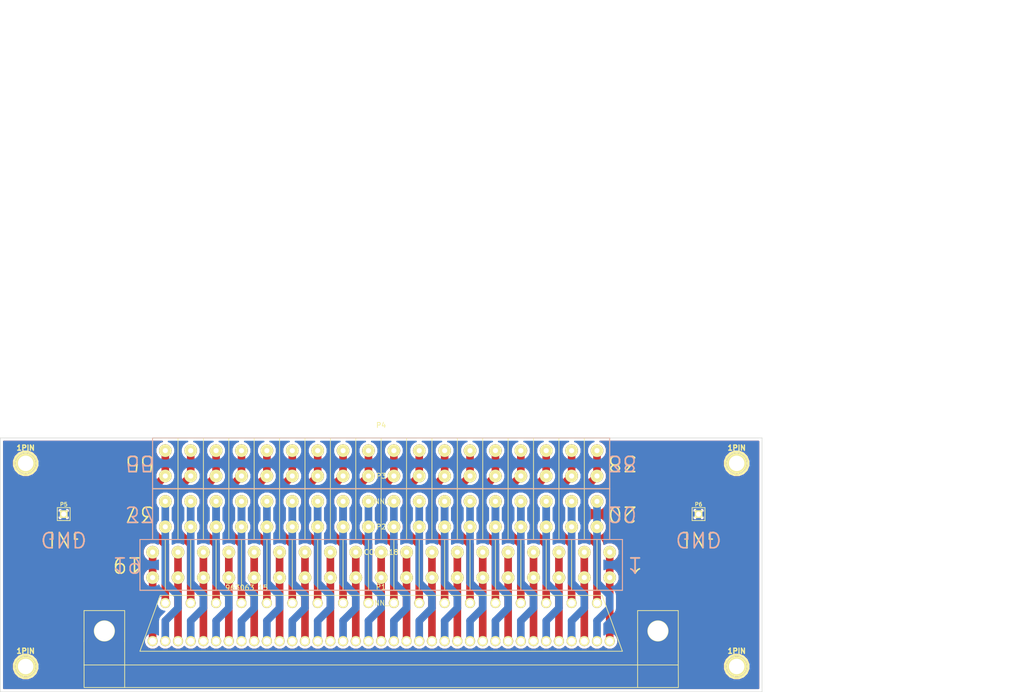
<source format=kicad_pcb>
(kicad_pcb (version 4) (host pcbnew 4.0.2-stable)

  (general
    (links 111)
    (no_connects 2)
    (area 144.949999 119.949999 295.050001 170.050001)
    (thickness 1.6)
    (drawings 32)
    (tracks 239)
    (zones 0)
    (modules 10)
    (nets 57)
  )

  (page A3)
  (layers
    (0 F.Cu signal)
    (31 B.Cu signal)
    (32 B.Adhes user)
    (33 F.Adhes user)
    (34 B.Paste user)
    (35 F.Paste user)
    (36 B.SilkS user)
    (37 F.SilkS user)
    (38 B.Mask user hide)
    (39 F.Mask user)
    (40 Dwgs.User user)
    (41 Cmts.User user)
    (42 Eco1.User user)
    (43 Eco2.User user)
    (44 Edge.Cuts user)
  )

  (setup
    (last_trace_width 0.3)
    (user_trace_width 0.3)
    (user_trace_width 0.5)
    (user_trace_width 0.6)
    (user_trace_width 0.7)
    (user_trace_width 0.8)
    (user_trace_width 0.9)
    (user_trace_width 1)
    (user_trace_width 1.5)
    (user_trace_width 2)
    (trace_clearance 0.3)
    (zone_clearance 0.5)
    (zone_45_only no)
    (trace_min 0.254)
    (segment_width 0.2)
    (edge_width 0.1)
    (via_size 0.889)
    (via_drill 0.635)
    (via_min_size 0.889)
    (via_min_drill 0.508)
    (uvia_size 0.508)
    (uvia_drill 0.127)
    (uvias_allowed no)
    (uvia_min_size 0.508)
    (uvia_min_drill 0.127)
    (pcb_text_width 0.3)
    (pcb_text_size 1.5 1.5)
    (mod_edge_width 0.15)
    (mod_text_size 1 1)
    (mod_text_width 0.15)
    (pad_size 4 4)
    (pad_drill 4)
    (pad_to_mask_clearance 0)
    (aux_axis_origin 0 0)
    (grid_origin 322.58 0)
    (visible_elements 7FFFFFFF)
    (pcbplotparams
      (layerselection 0x00030_80000001)
      (usegerberextensions true)
      (excludeedgelayer true)
      (linewidth 0.150000)
      (plotframeref false)
      (viasonmask false)
      (mode 1)
      (useauxorigin false)
      (hpglpennumber 1)
      (hpglpenspeed 20)
      (hpglpendiameter 15)
      (hpglpenoverlay 2)
      (psnegative false)
      (psa4output false)
      (plotreference true)
      (plotvalue true)
      (plotinvisibletext false)
      (padsonsilk false)
      (subtractmaskfromsilk false)
      (outputformat 1)
      (mirror false)
      (drillshape 1)
      (scaleselection 1)
      (outputdirectory ""))
  )

  (net 0 "")
  (net 1 GND)
  (net 2 N-000001)
  (net 3 N-0000010)
  (net 4 N-0000011)
  (net 5 N-0000012)
  (net 6 N-0000013)
  (net 7 N-0000014)
  (net 8 N-0000015)
  (net 9 N-0000016)
  (net 10 N-0000017)
  (net 11 N-0000018)
  (net 12 N-0000019)
  (net 13 N-000002)
  (net 14 N-0000020)
  (net 15 N-0000021)
  (net 16 N-0000022)
  (net 17 N-0000023)
  (net 18 N-0000024)
  (net 19 N-0000025)
  (net 20 N-0000026)
  (net 21 N-0000027)
  (net 22 N-0000028)
  (net 23 N-0000029)
  (net 24 N-000003)
  (net 25 N-0000030)
  (net 26 N-0000031)
  (net 27 N-0000032)
  (net 28 N-0000033)
  (net 29 N-0000034)
  (net 30 N-0000035)
  (net 31 N-0000036)
  (net 32 N-0000037)
  (net 33 N-0000038)
  (net 34 N-0000039)
  (net 35 N-000004)
  (net 36 N-0000040)
  (net 37 N-0000041)
  (net 38 N-0000042)
  (net 39 N-0000043)
  (net 40 N-0000044)
  (net 41 N-0000046)
  (net 42 N-0000047)
  (net 43 N-0000048)
  (net 44 N-0000049)
  (net 45 N-000005)
  (net 46 N-0000050)
  (net 47 N-0000051)
  (net 48 N-0000052)
  (net 49 N-0000053)
  (net 50 N-0000054)
  (net 51 N-0000055)
  (net 52 N-0000056)
  (net 53 N-000006)
  (net 54 N-000007)
  (net 55 N-000008)
  (net 56 N-000009)

  (net_class Default "Это класс цепей по умолчанию."
    (clearance 0.3)
    (trace_width 0.3)
    (via_dia 0.889)
    (via_drill 0.635)
    (uvia_dia 0.508)
    (uvia_drill 0.127)
    (add_net GND)
    (add_net N-000001)
    (add_net N-0000010)
    (add_net N-0000011)
    (add_net N-0000012)
    (add_net N-0000013)
    (add_net N-0000014)
    (add_net N-0000015)
    (add_net N-0000016)
    (add_net N-0000017)
    (add_net N-0000018)
    (add_net N-0000019)
    (add_net N-000002)
    (add_net N-0000020)
    (add_net N-0000021)
    (add_net N-0000022)
    (add_net N-0000023)
    (add_net N-0000024)
    (add_net N-0000025)
    (add_net N-0000026)
    (add_net N-0000027)
    (add_net N-0000028)
    (add_net N-0000029)
    (add_net N-000003)
    (add_net N-0000030)
    (add_net N-0000031)
    (add_net N-0000032)
    (add_net N-0000033)
    (add_net N-0000034)
    (add_net N-0000035)
    (add_net N-0000036)
    (add_net N-0000037)
    (add_net N-0000038)
    (add_net N-0000039)
    (add_net N-000004)
    (add_net N-0000040)
    (add_net N-0000041)
    (add_net N-0000042)
    (add_net N-0000043)
    (add_net N-0000044)
    (add_net N-0000046)
    (add_net N-0000047)
    (add_net N-0000048)
    (add_net N-0000049)
    (add_net N-000005)
    (add_net N-0000050)
    (add_net N-0000051)
    (add_net N-0000052)
    (add_net N-0000053)
    (add_net N-0000054)
    (add_net N-0000055)
    (add_net N-0000056)
    (add_net N-000006)
    (add_net N-000007)
    (add_net N-000008)
    (add_net N-000009)
  )

  (module CON19X5 (layer F.Cu) (tedit 5421128E) (tstamp 54212E41)
    (at 168.565 218.025 180)
    (path /542111C2)
    (fp_text reference P2 (at 0 7.5 180) (layer F.SilkS)
      (effects (font (size 1 1) (thickness 0.15)))
    )
    (fp_text value CONN_19 (at 0 -7.5 180) (layer F.SilkS)
      (effects (font (size 1 1) (thickness 0.15)))
    )
    (fp_line (start -22.5 -5) (end -22.5 5) (layer F.SilkS) (width 0.15))
    (fp_line (start -22.5 5) (end -17.5 5) (layer F.SilkS) (width 0.15))
    (fp_line (start -17.5 5) (end -17.5 -5) (layer F.SilkS) (width 0.15))
    (fp_line (start -17.5 -5) (end -12.5 -5) (layer F.SilkS) (width 0.15))
    (fp_line (start -12.5 -5) (end -12.5 5) (layer F.SilkS) (width 0.15))
    (fp_line (start -12.5 5) (end -7.5 5) (layer F.SilkS) (width 0.15))
    (fp_line (start -7.5 5) (end -7.5 -5) (layer F.SilkS) (width 0.15))
    (fp_line (start -7.5 -5) (end -2.5 -5) (layer F.SilkS) (width 0.15))
    (fp_line (start -2.5 -5) (end -2.5 5) (layer F.SilkS) (width 0.15))
    (fp_line (start -2.5 5) (end 2.5 5) (layer F.SilkS) (width 0.15))
    (fp_line (start 2.5 5) (end 2.5 -5) (layer F.SilkS) (width 0.15))
    (fp_line (start 2.5 -5) (end 7.5 -5) (layer F.SilkS) (width 0.15))
    (fp_line (start 7.5 -5) (end 7.5 5) (layer F.SilkS) (width 0.15))
    (fp_line (start 7.5 5) (end 12.5 5) (layer F.SilkS) (width 0.15))
    (fp_line (start 12.5 5) (end 12.5 -5) (layer F.SilkS) (width 0.15))
    (fp_line (start 12.5 -5) (end 17.5 -5) (layer F.SilkS) (width 0.15))
    (fp_line (start 17.5 -5) (end 17.5 5) (layer F.SilkS) (width 0.15))
    (fp_line (start 17.5 5) (end 22.5 5) (layer F.SilkS) (width 0.15))
    (fp_line (start 22.5 5) (end 22.5 -5) (layer F.SilkS) (width 0.15))
    (fp_line (start 22.5 -5) (end 27.5 -5) (layer F.SilkS) (width 0.15))
    (fp_line (start 27.5 -5) (end 27.5 5) (layer F.SilkS) (width 0.15))
    (fp_line (start 27.5 5) (end 32.5 5) (layer F.SilkS) (width 0.15))
    (fp_line (start 32.5 5) (end 32.5 -5) (layer F.SilkS) (width 0.15))
    (fp_line (start 32.5 -5) (end 37.5 -5) (layer F.SilkS) (width 0.15))
    (fp_line (start 37.5 -5) (end 37.5 5) (layer F.SilkS) (width 0.15))
    (fp_line (start 37.5 5) (end 42.5 5) (layer F.SilkS) (width 0.15))
    (fp_line (start 42.5 5) (end 42.5 -5) (layer F.SilkS) (width 0.15))
    (fp_line (start -27.5 5) (end -27.5 -5) (layer F.SilkS) (width 0.15))
    (fp_line (start -32.5 -5) (end -32.5 5) (layer F.SilkS) (width 0.15))
    (fp_line (start -37.5 5) (end -37.5 -5) (layer F.SilkS) (width 0.15))
    (fp_line (start -42.5 -5) (end -42.5 5) (layer F.SilkS) (width 0.15))
    (fp_line (start -47.5 -5) (end -47.5 5) (layer F.SilkS) (width 0.15))
    (fp_line (start -47.5 5) (end 47.5 5) (layer F.SilkS) (width 0.15))
    (fp_line (start 47.5 5) (end 47.5 -5) (layer F.SilkS) (width 0.15))
    (fp_line (start 47.5 -5) (end -47.5 -5) (layer F.SilkS) (width 0.15))
    (pad 1 thru_hole circle (at -45 2.5 180) (size 2.5 2.5) (drill 1) (layers *.Cu *.Mask F.SilkS)
      (net 13 N-000002))
    (pad 2 thru_hole circle (at -40 2.5 180) (size 2.5 2.5) (drill 1) (layers *.Cu *.Mask F.SilkS)
      (net 24 N-000003))
    (pad 3 thru_hole circle (at -35 2.5 180) (size 2.5 2.5) (drill 1) (layers *.Cu *.Mask F.SilkS)
      (net 35 N-000004))
    (pad 4 thru_hole circle (at -30 2.5 180) (size 2.5 2.5) (drill 1) (layers *.Cu *.Mask F.SilkS)
      (net 45 N-000005))
    (pad 5 thru_hole circle (at -25 2.5 180) (size 2.5 2.5) (drill 1) (layers *.Cu *.Mask F.SilkS)
      (net 53 N-000006))
    (pad 6 thru_hole circle (at -20 2.5 180) (size 2.5 2.5) (drill 1) (layers *.Cu *.Mask F.SilkS)
      (net 54 N-000007))
    (pad 7 thru_hole circle (at -15 2.5 180) (size 2.5 2.5) (drill 1) (layers *.Cu *.Mask F.SilkS)
      (net 55 N-000008))
    (pad 8 thru_hole circle (at -10 2.5 180) (size 2.5 2.5) (drill 1) (layers *.Cu *.Mask F.SilkS)
      (net 56 N-000009))
    (pad 9 thru_hole circle (at -5 2.5 180) (size 2.5 2.5) (drill 1) (layers *.Cu *.Mask F.SilkS)
      (net 3 N-0000010))
    (pad 10 thru_hole circle (at 0 2.5 180) (size 2.5 2.5) (drill 1) (layers *.Cu *.Mask F.SilkS)
      (net 4 N-0000011))
    (pad 11 thru_hole circle (at 5 2.5 180) (size 2.5 2.5) (drill 1) (layers *.Cu *.Mask F.SilkS)
      (net 2 N-000001))
    (pad 12 thru_hole circle (at 10 2.5 180) (size 2.5 2.5) (drill 1) (layers *.Cu *.Mask F.SilkS)
      (net 6 N-0000013))
    (pad 13 thru_hole circle (at 15 2.5 180) (size 2.5 2.5) (drill 1) (layers *.Cu *.Mask F.SilkS)
      (net 7 N-0000014))
    (pad 14 thru_hole circle (at 20 2.5 180) (size 2.5 2.5) (drill 1) (layers *.Cu *.Mask F.SilkS)
      (net 8 N-0000015))
    (pad 15 thru_hole circle (at 25 2.5 180) (size 2.5 2.5) (drill 1) (layers *.Cu *.Mask F.SilkS)
      (net 9 N-0000016))
    (pad 16 thru_hole circle (at 30 2.5 180) (size 2.5 2.5) (drill 1) (layers *.Cu *.Mask F.SilkS)
      (net 10 N-0000017))
    (pad 17 thru_hole circle (at 35 2.5 180) (size 2.5 2.5) (drill 1) (layers *.Cu *.Mask F.SilkS)
      (net 11 N-0000018))
    (pad 18 thru_hole circle (at 40 2.5 180) (size 2.5 2.5) (drill 1) (layers *.Cu *.Mask F.SilkS)
      (net 12 N-0000019))
    (pad 19 thru_hole circle (at 45 2.5 180) (size 2.5 2.5) (drill 1) (layers *.Cu *.Mask F.SilkS)
      (net 14 N-0000020))
    (pad 1 thru_hole circle (at -45 -2.5 180) (size 2.5 2.5) (drill 1) (layers *.Cu *.Mask F.SilkS)
      (net 13 N-000002))
    (pad 2 thru_hole circle (at -40 -2.5 180) (size 2.5 2.5) (drill 1) (layers *.Cu *.Mask F.SilkS)
      (net 24 N-000003))
    (pad 3 thru_hole circle (at -35 -2.5 180) (size 2.5 2.5) (drill 1) (layers *.Cu *.Mask F.SilkS)
      (net 35 N-000004))
    (pad 4 thru_hole circle (at -30 -2.5 180) (size 2.5 2.5) (drill 1) (layers *.Cu *.Mask F.SilkS)
      (net 45 N-000005))
    (pad 5 thru_hole circle (at -25 -2.5 180) (size 2.5 2.5) (drill 1) (layers *.Cu *.Mask F.SilkS)
      (net 53 N-000006))
    (pad 6 thru_hole circle (at -20 -2.5 180) (size 2.5 2.5) (drill 1) (layers *.Cu *.Mask F.SilkS)
      (net 54 N-000007))
    (pad 7 thru_hole circle (at -15 -2.5 180) (size 2.5 2.5) (drill 1) (layers *.Cu *.Mask F.SilkS)
      (net 55 N-000008))
    (pad 8 thru_hole circle (at -10 -2.5 180) (size 2.5 2.5) (drill 1) (layers *.Cu *.Mask F.SilkS)
      (net 56 N-000009))
    (pad 9 thru_hole circle (at -5 -2.5 180) (size 2.5 2.5) (drill 1) (layers *.Cu *.Mask F.SilkS)
      (net 3 N-0000010))
    (pad 10 thru_hole circle (at 0 -2.5 180) (size 2.5 2.5) (drill 1) (layers *.Cu *.Mask F.SilkS)
      (net 4 N-0000011))
    (pad 11 thru_hole circle (at 5 -2.5 180) (size 2.5 2.5) (drill 1) (layers *.Cu *.Mask F.SilkS)
      (net 2 N-000001))
    (pad 12 thru_hole circle (at 10 -2.5 180) (size 2.5 2.5) (drill 1) (layers *.Cu *.Mask F.SilkS)
      (net 6 N-0000013))
    (pad 13 thru_hole circle (at 15 -2.5 180) (size 2.5 2.5) (drill 1) (layers *.Cu *.Mask F.SilkS)
      (net 7 N-0000014))
    (pad 14 thru_hole circle (at 20 -2.5 180) (size 2.5 2.5) (drill 1) (layers *.Cu *.Mask F.SilkS)
      (net 8 N-0000015))
    (pad 15 thru_hole circle (at 25 -2.5 180) (size 2.5 2.5) (drill 1) (layers *.Cu *.Mask F.SilkS)
      (net 9 N-0000016))
    (pad 16 thru_hole circle (at 30 -2.5 180) (size 2.5 2.5) (drill 1) (layers *.Cu *.Mask F.SilkS)
      (net 10 N-0000017))
    (pad 17 thru_hole circle (at 35 -2.5 180) (size 2.5 2.5) (drill 1) (layers *.Cu *.Mask F.SilkS)
      (net 11 N-0000018))
    (pad 18 thru_hole circle (at 40 -2.5 180) (size 2.5 2.5) (drill 1) (layers *.Cu *.Mask F.SilkS)
      (net 12 N-0000019))
    (pad 19 thru_hole circle (at 45 -2.5 180) (size 2.5 2.5) (drill 1) (layers *.Cu *.Mask F.SilkS)
      (net 14 N-0000020))
  )

  (module CON18X5 (layer F.Cu) (tedit 5421131E) (tstamp 54212E8B)
    (at 168.565 208.025 180)
    (path /54211270)
    (fp_text reference P3 (at 0 7.5 180) (layer F.SilkS)
      (effects (font (size 1 1) (thickness 0.15)))
    )
    (fp_text value CONN_18 (at 0 -7.5 180) (layer F.SilkS)
      (effects (font (size 1 1) (thickness 0.15)))
    )
    (fp_line (start -45 -5) (end 45 -5) (layer F.SilkS) (width 0.15))
    (fp_line (start -45 5) (end 45 5) (layer F.SilkS) (width 0.15))
    (fp_line (start -20 -5) (end -20 5) (layer F.SilkS) (width 0.15))
    (fp_line (start -20 5) (end -15 5) (layer F.SilkS) (width 0.15))
    (fp_line (start -15 5) (end -15 -5) (layer F.SilkS) (width 0.15))
    (fp_line (start -15 -5) (end -10 -5) (layer F.SilkS) (width 0.15))
    (fp_line (start -10 -5) (end -10 5) (layer F.SilkS) (width 0.15))
    (fp_line (start -10 5) (end -5 5) (layer F.SilkS) (width 0.15))
    (fp_line (start -5 5) (end -5 -5) (layer F.SilkS) (width 0.15))
    (fp_line (start -5 -5) (end 0 -5) (layer F.SilkS) (width 0.15))
    (fp_line (start 0 -5) (end 0 5) (layer F.SilkS) (width 0.15))
    (fp_line (start 0 5) (end 5 5) (layer F.SilkS) (width 0.15))
    (fp_line (start 5 5) (end 5 -5) (layer F.SilkS) (width 0.15))
    (fp_line (start 5 -5) (end 10 -5) (layer F.SilkS) (width 0.15))
    (fp_line (start 10 -5) (end 10 5) (layer F.SilkS) (width 0.15))
    (fp_line (start 10 5) (end 15 5) (layer F.SilkS) (width 0.15))
    (fp_line (start 15 5) (end 15 -5) (layer F.SilkS) (width 0.15))
    (fp_line (start 15 -5) (end 20 -5) (layer F.SilkS) (width 0.15))
    (fp_line (start 20 -5) (end 20 5) (layer F.SilkS) (width 0.15))
    (fp_line (start 20 5) (end 25 5) (layer F.SilkS) (width 0.15))
    (fp_line (start 25 5) (end 25 -5) (layer F.SilkS) (width 0.15))
    (fp_line (start 25 -5) (end 30 -5) (layer F.SilkS) (width 0.15))
    (fp_line (start 30 -5) (end 30 5) (layer F.SilkS) (width 0.15))
    (fp_line (start 30 5) (end 35 5) (layer F.SilkS) (width 0.15))
    (fp_line (start 35 5) (end 35 -5) (layer F.SilkS) (width 0.15))
    (fp_line (start 35 -5) (end 40 -5) (layer F.SilkS) (width 0.15))
    (fp_line (start 40 -5) (end 40 5) (layer F.SilkS) (width 0.15))
    (fp_line (start 40 5) (end 45 5) (layer F.SilkS) (width 0.15))
    (fp_line (start 45 5) (end 45 -5) (layer F.SilkS) (width 0.15))
    (fp_line (start -25 5) (end -25 -5) (layer F.SilkS) (width 0.15))
    (fp_line (start -30 -5) (end -30 5) (layer F.SilkS) (width 0.15))
    (fp_line (start -35 5) (end -35 -5) (layer F.SilkS) (width 0.15))
    (fp_line (start -40 -5) (end -40 5) (layer F.SilkS) (width 0.15))
    (fp_line (start -45 -5) (end -45 5) (layer F.SilkS) (width 0.15))
    (pad 1 thru_hole circle (at -42.5 2.5 180) (size 2.5 2.5) (drill 1) (layers *.Cu *.Mask F.SilkS)
      (net 15 N-0000021))
    (pad 2 thru_hole circle (at -37.5 2.5 180) (size 2.5 2.5) (drill 1) (layers *.Cu *.Mask F.SilkS)
      (net 16 N-0000022))
    (pad 3 thru_hole circle (at -32.5 2.5 180) (size 2.5 2.5) (drill 1) (layers *.Cu *.Mask F.SilkS)
      (net 29 N-0000034))
    (pad 4 thru_hole circle (at -27.5 2.5 180) (size 2.5 2.5) (drill 1) (layers *.Cu *.Mask F.SilkS)
      (net 42 N-0000047))
    (pad 5 thru_hole circle (at -22.5 2.5 180) (size 2.5 2.5) (drill 1) (layers *.Cu *.Mask F.SilkS)
      (net 43 N-0000048))
    (pad 6 thru_hole circle (at -17.5 2.5 180) (size 2.5 2.5) (drill 1) (layers *.Cu *.Mask F.SilkS)
      (net 44 N-0000049))
    (pad 7 thru_hole circle (at -12.5 2.5 180) (size 2.5 2.5) (drill 1) (layers *.Cu *.Mask F.SilkS)
      (net 46 N-0000050))
    (pad 8 thru_hole circle (at -7.5 2.5 180) (size 2.5 2.5) (drill 1) (layers *.Cu *.Mask F.SilkS)
      (net 47 N-0000051))
    (pad 9 thru_hole circle (at -2.5 2.5 180) (size 2.5 2.5) (drill 1) (layers *.Cu *.Mask F.SilkS)
      (net 48 N-0000052))
    (pad 10 thru_hole circle (at 2.5 2.5 180) (size 2.5 2.5) (drill 1) (layers *.Cu *.Mask F.SilkS)
      (net 49 N-0000053))
    (pad 11 thru_hole circle (at 7.5 2.5 180) (size 2.5 2.5) (drill 1) (layers *.Cu *.Mask F.SilkS)
      (net 50 N-0000054))
    (pad 12 thru_hole circle (at 12.5 2.5 180) (size 2.5 2.5) (drill 1) (layers *.Cu *.Mask F.SilkS)
      (net 51 N-0000055))
    (pad 13 thru_hole circle (at 17.5 2.5 180) (size 2.5 2.5) (drill 1) (layers *.Cu *.Mask F.SilkS)
      (net 52 N-0000056))
    (pad 14 thru_hole circle (at 22.5 2.5 180) (size 2.5 2.5) (drill 1) (layers *.Cu *.Mask F.SilkS)
      (net 41 N-0000046))
    (pad 15 thru_hole circle (at 27.5 2.5 180) (size 2.5 2.5) (drill 1) (layers *.Cu *.Mask F.SilkS)
      (net 18 N-0000024))
    (pad 16 thru_hole circle (at 32.5 2.5 180) (size 2.5 2.5) (drill 1) (layers *.Cu *.Mask F.SilkS)
      (net 19 N-0000025))
    (pad 17 thru_hole circle (at 37.5 2.5 180) (size 2.5 2.5) (drill 1) (layers *.Cu *.Mask F.SilkS)
      (net 20 N-0000026))
    (pad 18 thru_hole circle (at 42.5 2.5 180) (size 2.5 2.5) (drill 1) (layers *.Cu *.Mask F.SilkS)
      (net 21 N-0000027))
    (pad 1 thru_hole circle (at -42.5 -2.5 180) (size 2.5 2.5) (drill 1) (layers *.Cu *.Mask F.SilkS)
      (net 15 N-0000021))
    (pad 2 thru_hole circle (at -37.5 -2.5 180) (size 2.5 2.5) (drill 1) (layers *.Cu *.Mask F.SilkS)
      (net 16 N-0000022))
    (pad 3 thru_hole circle (at -32.5 -2.5 180) (size 2.5 2.5) (drill 1) (layers *.Cu *.Mask F.SilkS)
      (net 29 N-0000034))
    (pad 4 thru_hole circle (at -27.5 -2.5 180) (size 2.5 2.5) (drill 1) (layers *.Cu *.Mask F.SilkS)
      (net 42 N-0000047))
    (pad 5 thru_hole circle (at -22.5 -2.5 180) (size 2.5 2.5) (drill 1) (layers *.Cu *.Mask F.SilkS)
      (net 43 N-0000048))
    (pad 6 thru_hole circle (at -17.5 -2.5 180) (size 2.5 2.5) (drill 1) (layers *.Cu *.Mask F.SilkS)
      (net 44 N-0000049))
    (pad 7 thru_hole circle (at -12.5 -2.5 180) (size 2.5 2.5) (drill 1) (layers *.Cu *.Mask F.SilkS)
      (net 46 N-0000050))
    (pad 8 thru_hole circle (at -7.5 -2.5 180) (size 2.5 2.5) (drill 1) (layers *.Cu *.Mask F.SilkS)
      (net 47 N-0000051))
    (pad 9 thru_hole circle (at -2.5 -2.5 180) (size 2.5 2.5) (drill 1) (layers *.Cu *.Mask F.SilkS)
      (net 48 N-0000052))
    (pad 10 thru_hole circle (at 2.5 -2.5 180) (size 2.5 2.5) (drill 1) (layers *.Cu *.Mask F.SilkS)
      (net 49 N-0000053))
    (pad 11 thru_hole circle (at 7.5 -2.5 180) (size 2.5 2.5) (drill 1) (layers *.Cu *.Mask F.SilkS)
      (net 50 N-0000054))
    (pad 12 thru_hole circle (at 12.5 -2.5 180) (size 2.5 2.5) (drill 1) (layers *.Cu *.Mask F.SilkS)
      (net 51 N-0000055))
    (pad 13 thru_hole circle (at 17.5 -2.5 180) (size 2.5 2.5) (drill 1) (layers *.Cu *.Mask F.SilkS)
      (net 52 N-0000056))
    (pad 14 thru_hole circle (at 22.5 -2.5 180) (size 2.5 2.5) (drill 1) (layers *.Cu *.Mask F.SilkS)
      (net 41 N-0000046))
    (pad 15 thru_hole circle (at 27.5 -2.5 180) (size 2.5 2.5) (drill 1) (layers *.Cu *.Mask F.SilkS)
      (net 18 N-0000024))
    (pad 16 thru_hole circle (at 32.5 -2.5 180) (size 2.5 2.5) (drill 1) (layers *.Cu *.Mask F.SilkS)
      (net 19 N-0000025))
    (pad 17 thru_hole circle (at 37.5 -2.5 180) (size 2.5 2.5) (drill 1) (layers *.Cu *.Mask F.SilkS)
      (net 20 N-0000026))
    (pad 18 thru_hole circle (at 42.5 -2.5 180) (size 2.5 2.5) (drill 1) (layers *.Cu *.Mask F.SilkS)
      (net 21 N-0000027))
  )

  (module CON18X5 (layer F.Cu) (tedit 5421131E) (tstamp 54212ED5)
    (at 168.565 198.025 180)
    (path /5421127F)
    (fp_text reference P4 (at 0 7.5 180) (layer F.SilkS)
      (effects (font (size 1 1) (thickness 0.15)))
    )
    (fp_text value CONN_18 (at 0 -7.5 180) (layer F.SilkS)
      (effects (font (size 1 1) (thickness 0.15)))
    )
    (fp_line (start -45 -5) (end 45 -5) (layer F.SilkS) (width 0.15))
    (fp_line (start -45 5) (end 45 5) (layer F.SilkS) (width 0.15))
    (fp_line (start -20 -5) (end -20 5) (layer F.SilkS) (width 0.15))
    (fp_line (start -20 5) (end -15 5) (layer F.SilkS) (width 0.15))
    (fp_line (start -15 5) (end -15 -5) (layer F.SilkS) (width 0.15))
    (fp_line (start -15 -5) (end -10 -5) (layer F.SilkS) (width 0.15))
    (fp_line (start -10 -5) (end -10 5) (layer F.SilkS) (width 0.15))
    (fp_line (start -10 5) (end -5 5) (layer F.SilkS) (width 0.15))
    (fp_line (start -5 5) (end -5 -5) (layer F.SilkS) (width 0.15))
    (fp_line (start -5 -5) (end 0 -5) (layer F.SilkS) (width 0.15))
    (fp_line (start 0 -5) (end 0 5) (layer F.SilkS) (width 0.15))
    (fp_line (start 0 5) (end 5 5) (layer F.SilkS) (width 0.15))
    (fp_line (start 5 5) (end 5 -5) (layer F.SilkS) (width 0.15))
    (fp_line (start 5 -5) (end 10 -5) (layer F.SilkS) (width 0.15))
    (fp_line (start 10 -5) (end 10 5) (layer F.SilkS) (width 0.15))
    (fp_line (start 10 5) (end 15 5) (layer F.SilkS) (width 0.15))
    (fp_line (start 15 5) (end 15 -5) (layer F.SilkS) (width 0.15))
    (fp_line (start 15 -5) (end 20 -5) (layer F.SilkS) (width 0.15))
    (fp_line (start 20 -5) (end 20 5) (layer F.SilkS) (width 0.15))
    (fp_line (start 20 5) (end 25 5) (layer F.SilkS) (width 0.15))
    (fp_line (start 25 5) (end 25 -5) (layer F.SilkS) (width 0.15))
    (fp_line (start 25 -5) (end 30 -5) (layer F.SilkS) (width 0.15))
    (fp_line (start 30 -5) (end 30 5) (layer F.SilkS) (width 0.15))
    (fp_line (start 30 5) (end 35 5) (layer F.SilkS) (width 0.15))
    (fp_line (start 35 5) (end 35 -5) (layer F.SilkS) (width 0.15))
    (fp_line (start 35 -5) (end 40 -5) (layer F.SilkS) (width 0.15))
    (fp_line (start 40 -5) (end 40 5) (layer F.SilkS) (width 0.15))
    (fp_line (start 40 5) (end 45 5) (layer F.SilkS) (width 0.15))
    (fp_line (start 45 5) (end 45 -5) (layer F.SilkS) (width 0.15))
    (fp_line (start -25 5) (end -25 -5) (layer F.SilkS) (width 0.15))
    (fp_line (start -30 -5) (end -30 5) (layer F.SilkS) (width 0.15))
    (fp_line (start -35 5) (end -35 -5) (layer F.SilkS) (width 0.15))
    (fp_line (start -40 -5) (end -40 5) (layer F.SilkS) (width 0.15))
    (fp_line (start -45 -5) (end -45 5) (layer F.SilkS) (width 0.15))
    (pad 1 thru_hole circle (at -42.5 2.5 180) (size 2.5 2.5) (drill 1) (layers *.Cu *.Mask F.SilkS)
      (net 22 N-0000028))
    (pad 2 thru_hole circle (at -37.5 2.5 180) (size 2.5 2.5) (drill 1) (layers *.Cu *.Mask F.SilkS)
      (net 23 N-0000029))
    (pad 3 thru_hole circle (at -32.5 2.5 180) (size 2.5 2.5) (drill 1) (layers *.Cu *.Mask F.SilkS)
      (net 25 N-0000030))
    (pad 4 thru_hole circle (at -27.5 2.5 180) (size 2.5 2.5) (drill 1) (layers *.Cu *.Mask F.SilkS)
      (net 26 N-0000031))
    (pad 5 thru_hole circle (at -22.5 2.5 180) (size 2.5 2.5) (drill 1) (layers *.Cu *.Mask F.SilkS)
      (net 27 N-0000032))
    (pad 6 thru_hole circle (at -17.5 2.5 180) (size 2.5 2.5) (drill 1) (layers *.Cu *.Mask F.SilkS)
      (net 28 N-0000033))
    (pad 7 thru_hole circle (at -12.5 2.5 180) (size 2.5 2.5) (drill 1) (layers *.Cu *.Mask F.SilkS)
      (net 17 N-0000023))
    (pad 8 thru_hole circle (at -7.5 2.5 180) (size 2.5 2.5) (drill 1) (layers *.Cu *.Mask F.SilkS)
      (net 30 N-0000035))
    (pad 9 thru_hole circle (at -2.5 2.5 180) (size 2.5 2.5) (drill 1) (layers *.Cu *.Mask F.SilkS)
      (net 31 N-0000036))
    (pad 10 thru_hole circle (at 2.5 2.5 180) (size 2.5 2.5) (drill 1) (layers *.Cu *.Mask F.SilkS)
      (net 32 N-0000037))
    (pad 11 thru_hole circle (at 7.5 2.5 180) (size 2.5 2.5) (drill 1) (layers *.Cu *.Mask F.SilkS)
      (net 33 N-0000038))
    (pad 12 thru_hole circle (at 12.5 2.5 180) (size 2.5 2.5) (drill 1) (layers *.Cu *.Mask F.SilkS)
      (net 34 N-0000039))
    (pad 13 thru_hole circle (at 17.5 2.5 180) (size 2.5 2.5) (drill 1) (layers *.Cu *.Mask F.SilkS)
      (net 36 N-0000040))
    (pad 14 thru_hole circle (at 22.5 2.5 180) (size 2.5 2.5) (drill 1) (layers *.Cu *.Mask F.SilkS)
      (net 37 N-0000041))
    (pad 15 thru_hole circle (at 27.5 2.5 180) (size 2.5 2.5) (drill 1) (layers *.Cu *.Mask F.SilkS)
      (net 38 N-0000042))
    (pad 16 thru_hole circle (at 32.5 2.5 180) (size 2.5 2.5) (drill 1) (layers *.Cu *.Mask F.SilkS)
      (net 39 N-0000043))
    (pad 17 thru_hole circle (at 37.5 2.5 180) (size 2.5 2.5) (drill 1) (layers *.Cu *.Mask F.SilkS)
      (net 40 N-0000044))
    (pad 18 thru_hole circle (at 42.5 2.5 180) (size 2.5 2.5) (drill 1) (layers *.Cu *.Mask F.SilkS)
      (net 5 N-0000012))
    (pad 1 thru_hole circle (at -42.5 -2.5 180) (size 2.5 2.5) (drill 1) (layers *.Cu *.Mask F.SilkS)
      (net 22 N-0000028))
    (pad 2 thru_hole circle (at -37.5 -2.5 180) (size 2.5 2.5) (drill 1) (layers *.Cu *.Mask F.SilkS)
      (net 23 N-0000029))
    (pad 3 thru_hole circle (at -32.5 -2.5 180) (size 2.5 2.5) (drill 1) (layers *.Cu *.Mask F.SilkS)
      (net 25 N-0000030))
    (pad 4 thru_hole circle (at -27.5 -2.5 180) (size 2.5 2.5) (drill 1) (layers *.Cu *.Mask F.SilkS)
      (net 26 N-0000031))
    (pad 5 thru_hole circle (at -22.5 -2.5 180) (size 2.5 2.5) (drill 1) (layers *.Cu *.Mask F.SilkS)
      (net 27 N-0000032))
    (pad 6 thru_hole circle (at -17.5 -2.5 180) (size 2.5 2.5) (drill 1) (layers *.Cu *.Mask F.SilkS)
      (net 28 N-0000033))
    (pad 7 thru_hole circle (at -12.5 -2.5 180) (size 2.5 2.5) (drill 1) (layers *.Cu *.Mask F.SilkS)
      (net 17 N-0000023))
    (pad 8 thru_hole circle (at -7.5 -2.5 180) (size 2.5 2.5) (drill 1) (layers *.Cu *.Mask F.SilkS)
      (net 30 N-0000035))
    (pad 9 thru_hole circle (at -2.5 -2.5 180) (size 2.5 2.5) (drill 1) (layers *.Cu *.Mask F.SilkS)
      (net 31 N-0000036))
    (pad 10 thru_hole circle (at 2.5 -2.5 180) (size 2.5 2.5) (drill 1) (layers *.Cu *.Mask F.SilkS)
      (net 32 N-0000037))
    (pad 11 thru_hole circle (at 7.5 -2.5 180) (size 2.5 2.5) (drill 1) (layers *.Cu *.Mask F.SilkS)
      (net 33 N-0000038))
    (pad 12 thru_hole circle (at 12.5 -2.5 180) (size 2.5 2.5) (drill 1) (layers *.Cu *.Mask F.SilkS)
      (net 34 N-0000039))
    (pad 13 thru_hole circle (at 17.5 -2.5 180) (size 2.5 2.5) (drill 1) (layers *.Cu *.Mask F.SilkS)
      (net 36 N-0000040))
    (pad 14 thru_hole circle (at 22.5 -2.5 180) (size 2.5 2.5) (drill 1) (layers *.Cu *.Mask F.SilkS)
      (net 37 N-0000041))
    (pad 15 thru_hole circle (at 27.5 -2.5 180) (size 2.5 2.5) (drill 1) (layers *.Cu *.Mask F.SilkS)
      (net 38 N-0000042))
    (pad 16 thru_hole circle (at 32.5 -2.5 180) (size 2.5 2.5) (drill 1) (layers *.Cu *.Mask F.SilkS)
      (net 39 N-0000043))
    (pad 17 thru_hole circle (at 37.5 -2.5 180) (size 2.5 2.5) (drill 1) (layers *.Cu *.Mask F.SilkS)
      (net 40 N-0000044))
    (pad 18 thru_hole circle (at 42.5 -2.5 180) (size 2.5 2.5) (drill 1) (layers *.Cu *.Mask F.SilkS)
      (net 5 N-0000012))
  )

  (module 1pin (layer F.Cu) (tedit 200000) (tstamp 5421474E)
    (at 238.565 198.025)
    (descr "module 1 pin (ou trou mecanique de percage)")
    (tags DEV)
    (path 1pin)
    (fp_text reference 1PIN (at 0 -3.048) (layer F.SilkS)
      (effects (font (size 1.016 1.016) (thickness 0.254)))
    )
    (fp_text value P*** (at 0 2.794) (layer F.SilkS) hide
      (effects (font (size 1.016 1.016) (thickness 0.254)))
    )
    (fp_circle (center 0 0) (end 0 -2.286) (layer F.SilkS) (width 0.381))
    (pad 1 thru_hole circle (at 0 0) (size 4.064 4.064) (drill 3.048) (layers *.Cu *.Mask F.SilkS))
  )

  (module 1pin (layer F.Cu) (tedit 200000) (tstamp 54214759)
    (at 238.565 238.025)
    (descr "module 1 pin (ou trou mecanique de percage)")
    (tags DEV)
    (path 1pin)
    (fp_text reference 1PIN (at 0 -3.048) (layer F.SilkS)
      (effects (font (size 1.016 1.016) (thickness 0.254)))
    )
    (fp_text value P*** (at 0 2.794) (layer F.SilkS) hide
      (effects (font (size 1.016 1.016) (thickness 0.254)))
    )
    (fp_circle (center 0 0) (end 0 -2.286) (layer F.SilkS) (width 0.381))
    (pad 1 thru_hole circle (at 0 0) (size 4.064 4.064) (drill 3.048) (layers *.Cu *.Mask F.SilkS))
  )

  (module 1pin (layer F.Cu) (tedit 200000) (tstamp 54214764)
    (at 98.565 238.025)
    (descr "module 1 pin (ou trou mecanique de percage)")
    (tags DEV)
    (path 1pin)
    (fp_text reference 1PIN (at 0 -3.048) (layer F.SilkS)
      (effects (font (size 1.016 1.016) (thickness 0.254)))
    )
    (fp_text value P*** (at 0 2.794) (layer F.SilkS) hide
      (effects (font (size 1.016 1.016) (thickness 0.254)))
    )
    (fp_circle (center 0 0) (end 0 -2.286) (layer F.SilkS) (width 0.381))
    (pad 1 thru_hole circle (at 0 0) (size 4.064 4.064) (drill 3.048) (layers *.Cu *.Mask F.SilkS))
  )

  (module 1pin (layer F.Cu) (tedit 200000) (tstamp 5421476F)
    (at 98.565 198.025)
    (descr "module 1 pin (ou trou mecanique de percage)")
    (tags DEV)
    (path 1pin)
    (fp_text reference 1PIN (at 0 -3.048) (layer F.SilkS)
      (effects (font (size 1.016 1.016) (thickness 0.254)))
    )
    (fp_text value P*** (at 0 2.794) (layer F.SilkS) hide
      (effects (font (size 1.016 1.016) (thickness 0.254)))
    )
    (fp_circle (center 0 0) (end 0 -2.286) (layer F.SilkS) (width 0.381))
    (pad 1 thru_hole circle (at 0 0) (size 4.064 4.064) (drill 3.048) (layers *.Cu *.Mask F.SilkS))
  )

  (module PIN_ARRAY_1 (layer F.Cu) (tedit 542125D8) (tstamp 5421477F)
    (at 106.065 208.025)
    (descr "1 pin")
    (tags "CONN DEV")
    (path /5421258F)
    (fp_text reference P5 (at 0 -1.905) (layer F.SilkS)
      (effects (font (size 0.762 0.762) (thickness 0.1524)))
    )
    (fp_text value CONN_1 (at 0 -1.905) (layer F.SilkS) hide
      (effects (font (size 0.762 0.762) (thickness 0.1524)))
    )
    (fp_line (start 1.27 1.27) (end -1.27 1.27) (layer F.SilkS) (width 0.1524))
    (fp_line (start -1.27 -1.27) (end 1.27 -1.27) (layer F.SilkS) (width 0.1524))
    (fp_line (start -1.27 1.27) (end -1.27 -1.27) (layer F.SilkS) (width 0.1524))
    (fp_line (start 1.27 -1.27) (end 1.27 1.27) (layer F.SilkS) (width 0.1524))
    (pad 1 thru_hole rect (at 0 0) (size 1.524 1.524) (drill 1.016) (layers *.Cu *.Mask F.SilkS)
      (net 1 GND))
    (model pin_array\pin_1.wrl
      (at (xyz 0 0 0))
      (scale (xyz 1 1 1))
      (rotate (xyz 0 0 0))
    )
  )

  (module PIN_ARRAY_1 (layer F.Cu) (tedit 4E4E744E) (tstamp 542147A0)
    (at 231.065 208.025)
    (descr "1 pin")
    (tags "CONN DEV")
    (path /54212643)
    (fp_text reference P6 (at 0 -1.905) (layer F.SilkS)
      (effects (font (size 0.762 0.762) (thickness 0.1524)))
    )
    (fp_text value CONN_1 (at 0 -1.905) (layer F.SilkS) hide
      (effects (font (size 0.762 0.762) (thickness 0.1524)))
    )
    (fp_line (start 1.27 1.27) (end -1.27 1.27) (layer F.SilkS) (width 0.1524))
    (fp_line (start -1.27 -1.27) (end 1.27 -1.27) (layer F.SilkS) (width 0.1524))
    (fp_line (start -1.27 1.27) (end -1.27 -1.27) (layer F.SilkS) (width 0.1524))
    (fp_line (start 1.27 -1.27) (end 1.27 1.27) (layer F.SilkS) (width 0.1524))
    (pad 1 thru_hole rect (at 0 0) (size 1.524 1.524) (drill 1.016) (layers *.Cu *.Mask F.SilkS)
      (net 1 GND))
    (model pin_array\pin_1.wrl
      (at (xyz 0 0 0))
      (scale (xyz 1 1 1))
      (rotate (xyz 0 0 0))
    )
  )

  (module "connecteur bosch 55 pins:connecteur bosch 55 pins 963063-15" (layer F.Cu) (tedit 5782098B) (tstamp 54212F31)
    (at 168.565 233.025)
    (path /542111B3)
    (fp_text reference P1 (at -0.0508 -10.6426) (layer F.SilkS)
      (effects (font (size 1 1) (thickness 0.15)))
    )
    (fp_text value 963063_15 (at -26.5 -10.5) (layer F.SilkS)
      (effects (font (size 1 1) (thickness 0.15)))
    )
    (fp_line (start -58.5 0) (end -58.49 9.14) (layer F.SilkS) (width 0.15))
    (fp_line (start -50.5 -0.01) (end -50.5 9.13) (layer F.SilkS) (width 0.15))
    (fp_line (start 58.5 3.96) (end 58.52 9.15) (layer F.SilkS) (width 0.15))
    (fp_line (start 50.5 -0.08) (end 50.5 9.11) (layer F.SilkS) (width 0.15))
    (fp_line (start -58.42 9.144) (end 58.42 9.144) (layer F.SilkS) (width 0.15))
    (fp_line (start -58.547 4.699) (end 58.42 4.699) (layer F.SilkS) (width 0.15))
    (fp_line (start 58.5 4) (end 58.5 0) (layer F.SilkS) (width 0.15))
    (fp_line (start -50.5 0) (end -50.5 -6) (layer F.SilkS) (width 0.15))
    (fp_line (start -50.5 -6) (end -58.5 -6) (layer F.SilkS) (width 0.15))
    (fp_line (start -58.5 -6) (end -58.5 0) (layer F.SilkS) (width 0.15))
    (fp_line (start 50.5 0) (end 50.5 -6) (layer F.SilkS) (width 0.15))
    (fp_line (start 50.5 -6) (end 58.5 -6) (layer F.SilkS) (width 0.15))
    (fp_line (start 58.5 -6) (end 58.5 0) (layer F.SilkS) (width 0.15))
    (fp_circle (center -54.5 -2) (end -54.5 0) (layer F.SilkS) (width 0.15))
    (fp_circle (center 54.5 -2) (end 54.5 0) (layer F.SilkS) (width 0.15))
    (fp_line (start 43.5 -9) (end 47.5 2) (layer F.SilkS) (width 0.15))
    (fp_line (start 47.5 2) (end -47.5 2) (layer F.SilkS) (width 0.15))
    (fp_line (start -47.5 2) (end -43.5 -9) (layer F.SilkS) (width 0.15))
    (fp_line (start -43.5 -9) (end 43.5 -9) (layer F.SilkS) (width 0.15))
    (pad 1 thru_hole circle (at 45 0) (size 2 2) (drill 1.4) (layers *.Cu *.Mask F.SilkS)
      (net 13 N-000002))
    (pad 2 thru_hole circle (at 40 0) (size 2 2) (drill 1.4) (layers *.Cu *.Mask F.SilkS)
      (net 24 N-000003))
    (pad 3 thru_hole circle (at 35 0) (size 2 2) (drill 1.4) (layers *.Cu *.Mask F.SilkS)
      (net 35 N-000004))
    (pad 4 thru_hole circle (at 30 0) (size 2 2) (drill 1.4) (layers *.Cu *.Mask F.SilkS)
      (net 45 N-000005))
    (pad 5 thru_hole circle (at 25 0) (size 2 2) (drill 1.4) (layers *.Cu *.Mask F.SilkS)
      (net 53 N-000006))
    (pad 6 thru_hole circle (at 20 0) (size 2 2) (drill 1.4) (layers *.Cu *.Mask F.SilkS)
      (net 54 N-000007))
    (pad 7 thru_hole circle (at 15 0) (size 2 2) (drill 1.4) (layers *.Cu *.Mask F.SilkS)
      (net 55 N-000008))
    (pad 8 thru_hole circle (at 10 0) (size 2 2) (drill 1.4) (layers *.Cu *.Mask F.SilkS)
      (net 56 N-000009))
    (pad 9 thru_hole circle (at 5 0) (size 2 2) (drill 1.4) (layers *.Cu *.Mask F.SilkS)
      (net 3 N-0000010))
    (pad 10 thru_hole circle (at 0 0) (size 2 2) (drill 1.4) (layers *.Cu *.Mask F.SilkS)
      (net 4 N-0000011))
    (pad 11 thru_hole circle (at -5 0) (size 2 2) (drill 1.4) (layers *.Cu *.Mask F.SilkS)
      (net 2 N-000001))
    (pad 12 thru_hole circle (at -10 0) (size 2 2) (drill 1.4) (layers *.Cu *.Mask F.SilkS)
      (net 6 N-0000013))
    (pad 13 thru_hole circle (at -15 0) (size 2 2) (drill 1.4) (layers *.Cu *.Mask F.SilkS)
      (net 7 N-0000014))
    (pad 14 thru_hole circle (at -20 0) (size 2 2) (drill 1.4) (layers *.Cu *.Mask F.SilkS)
      (net 8 N-0000015))
    (pad 15 thru_hole circle (at -25 0) (size 2 2) (drill 1.4) (layers *.Cu *.Mask F.SilkS)
      (net 9 N-0000016))
    (pad 16 thru_hole circle (at -30 0) (size 2 2) (drill 1.4) (layers *.Cu *.Mask F.SilkS)
      (net 10 N-0000017))
    (pad 17 thru_hole circle (at -35 0) (size 2 2) (drill 1.4) (layers *.Cu *.Mask F.SilkS)
      (net 11 N-0000018))
    (pad 18 thru_hole circle (at -40 0) (size 2 2) (drill 1.4) (layers *.Cu *.Mask F.SilkS)
      (net 12 N-0000019))
    (pad 19 thru_hole circle (at -45 0) (size 2 2) (drill 1.4) (layers *.Cu *.Mask F.SilkS)
      (net 14 N-0000020))
    (pad 20 thru_hole circle (at 42.5 0) (size 2 2) (drill 1.4) (layers *.Cu *.Mask F.SilkS)
      (net 15 N-0000021))
    (pad 21 thru_hole circle (at 37.5 0) (size 2 2) (drill 1.4) (layers *.Cu *.Mask F.SilkS)
      (net 16 N-0000022))
    (pad 22 thru_hole circle (at 32.5 0) (size 2 2) (drill 1.4) (layers *.Cu *.Mask F.SilkS)
      (net 29 N-0000034))
    (pad 23 thru_hole circle (at 27.5 0) (size 2 2) (drill 1.4) (layers *.Cu *.Mask F.SilkS)
      (net 42 N-0000047))
    (pad 24 thru_hole circle (at 22.5 0) (size 2 2) (drill 1.4) (layers *.Cu *.Mask F.SilkS)
      (net 43 N-0000048))
    (pad 25 thru_hole circle (at 17.5 0) (size 2 2) (drill 1.4) (layers *.Cu *.Mask F.SilkS)
      (net 44 N-0000049))
    (pad 26 thru_hole circle (at 12.5 0) (size 2 2) (drill 1.4) (layers *.Cu *.Mask F.SilkS)
      (net 46 N-0000050))
    (pad 27 thru_hole circle (at 7.5 0) (size 2 2) (drill 1.4) (layers *.Cu *.Mask F.SilkS)
      (net 47 N-0000051))
    (pad 28 thru_hole circle (at 2.5 0) (size 2 2) (drill 1.4) (layers *.Cu *.Mask F.SilkS)
      (net 48 N-0000052))
    (pad 29 thru_hole circle (at -2.5 0) (size 2 2) (drill 1.4) (layers *.Cu *.Mask F.SilkS)
      (net 49 N-0000053))
    (pad 30 thru_hole circle (at -7.5 0) (size 2 2) (drill 1.4) (layers *.Cu *.Mask F.SilkS)
      (net 50 N-0000054))
    (pad 31 thru_hole circle (at -12.5 0) (size 2 2) (drill 1.4) (layers *.Cu *.Mask F.SilkS)
      (net 51 N-0000055))
    (pad 32 thru_hole circle (at -17.5 0) (size 2 2) (drill 1.4) (layers *.Cu *.Mask F.SilkS)
      (net 52 N-0000056))
    (pad 33 thru_hole circle (at -22.5 0) (size 2 2) (drill 1.4) (layers *.Cu *.Mask F.SilkS)
      (net 41 N-0000046))
    (pad 34 thru_hole circle (at -27.5 0) (size 2 2) (drill 1.4) (layers *.Cu *.Mask F.SilkS)
      (net 18 N-0000024))
    (pad 35 thru_hole circle (at -32.5 0) (size 2 2) (drill 1.4) (layers *.Cu *.Mask F.SilkS)
      (net 19 N-0000025))
    (pad 36 thru_hole circle (at -37.5 0) (size 2 2) (drill 1.4) (layers *.Cu *.Mask F.SilkS)
      (net 20 N-0000026))
    (pad 37 thru_hole circle (at -42.5 0) (size 2 2) (drill 1.4) (layers *.Cu *.Mask F.SilkS)
      (net 21 N-0000027))
    (pad 38 thru_hole circle (at 42.5 -7.5) (size 2 2) (drill 1.4) (layers *.Cu *.Mask F.SilkS)
      (net 22 N-0000028))
    (pad 39 thru_hole circle (at 37.5 -7.5) (size 2 2) (drill 1.4) (layers *.Cu *.Mask F.SilkS)
      (net 23 N-0000029))
    (pad 40 thru_hole circle (at 32.5 -7.5) (size 2 2) (drill 1.4) (layers *.Cu *.Mask F.SilkS)
      (net 25 N-0000030))
    (pad 41 thru_hole circle (at 27.5 -7.5) (size 2 2) (drill 1.4) (layers *.Cu *.Mask F.SilkS)
      (net 26 N-0000031))
    (pad 42 thru_hole circle (at 22.5 -7.5) (size 2 2) (drill 1.4) (layers *.Cu *.Mask F.SilkS)
      (net 27 N-0000032))
    (pad 43 thru_hole circle (at 17.5 -7.5) (size 2 2) (drill 1.4) (layers *.Cu *.Mask F.SilkS)
      (net 28 N-0000033))
    (pad 44 thru_hole circle (at 12.5 -7.5) (size 2 2) (drill 1.4) (layers *.Cu *.Mask F.SilkS)
      (net 17 N-0000023))
    (pad 45 thru_hole circle (at 7.5 -7.5) (size 2 2) (drill 1.4) (layers *.Cu *.Mask F.SilkS)
      (net 30 N-0000035))
    (pad 46 thru_hole circle (at 2.5 -7.5) (size 2 2) (drill 1.4) (layers *.Cu *.Mask F.SilkS)
      (net 31 N-0000036))
    (pad 47 thru_hole circle (at -2.5 -7.5) (size 2 2) (drill 1.4) (layers *.Cu *.Mask F.SilkS)
      (net 32 N-0000037))
    (pad 48 thru_hole circle (at -7.5 -7.5) (size 2 2) (drill 1.4) (layers *.Cu *.Mask F.SilkS)
      (net 33 N-0000038))
    (pad 49 thru_hole circle (at -12.5 -7.5) (size 2 2) (drill 1.4) (layers *.Cu *.Mask F.SilkS)
      (net 34 N-0000039))
    (pad 50 thru_hole circle (at -17.5 -7.5) (size 2 2) (drill 1.4) (layers *.Cu *.Mask F.SilkS)
      (net 36 N-0000040))
    (pad 51 thru_hole circle (at -22.5 -7.5) (size 2 2) (drill 1.4) (layers *.Cu *.Mask F.SilkS)
      (net 37 N-0000041))
    (pad 52 thru_hole circle (at -27.5 -7.5) (size 2 2) (drill 1.4) (layers *.Cu *.Mask F.SilkS)
      (net 38 N-0000042))
    (pad 53 thru_hole circle (at -32.5 -7.5) (size 2 2) (drill 1.4) (layers *.Cu *.Mask F.SilkS)
      (net 39 N-0000043))
    (pad 54 thru_hole circle (at -37.5 -7.5) (size 2 2) (drill 1.4) (layers *.Cu *.Mask F.SilkS)
      (net 40 N-0000044))
    (pad 55 thru_hole circle (at -42.5 -7.5) (size 2 2) (drill 1.4) (layers *.Cu *.Mask F.SilkS)
      (net 5 N-0000012))
    (pad ~ thru_hole circle (at -54.5 -2) (size 4 4) (drill 4) (layers *.Cu *.Mask F.SilkS))
    (pad ~ thru_hole circle (at 54.5 -2) (size 4 4) (drill 4) (layers *.Cu *.Mask F.SilkS))
    (model Connect.3dshapes/bosch_55pin_c_963063_2_15_3d.wrl
      (at (xyz 0 -1.45 0.45))
      (scale (xyz 0.3937 0.3937 0.3937))
      (rotate (xyz 90 180 180))
    )
  )

  (gr_line (start 213.565 193.025) (end 213.565 203.025) (angle 90) (layer B.SilkS) (width 0.2))
  (gr_line (start 123.565 193.025) (end 213.565 193.025) (angle 90) (layer B.SilkS) (width 0.2))
  (gr_line (start 123.565 203.025) (end 123.565 193.025) (angle 90) (layer B.SilkS) (width 0.2))
  (gr_line (start 123.565 203.025) (end 123.565 213.025) (angle 90) (layer B.SilkS) (width 0.2))
  (gr_line (start 213.565 203.025) (end 123.565 203.025) (angle 90) (layer B.SilkS) (width 0.2))
  (gr_line (start 213.565 213.025) (end 213.565 203.025) (angle 90) (layer B.SilkS) (width 0.2))
  (gr_line (start 121.065 213.025) (end 216.065 213.025) (angle 90) (layer B.SilkS) (width 0.2))
  (gr_line (start 121.065 223.025) (end 121.065 213.025) (angle 90) (layer B.SilkS) (width 0.2))
  (gr_line (start 216.065 223.025) (end 121.065 223.025) (angle 90) (layer B.SilkS) (width 0.2))
  (gr_line (start 216.065 213.025) (end 216.065 223.025) (angle 90) (layer B.SilkS) (width 0.2))
  (gr_text GND (at 231.065 213.025 180) (layer B.SilkS)
    (effects (font (size 3 3) (thickness 0.3)) (justify mirror))
  )
  (gr_text GND (at 106.065 213.025 180) (layer B.SilkS)
    (effects (font (size 3 3) (thickness 0.3)) (justify mirror))
  )
  (gr_text GND (at 106.065 213.025 180) (layer F.SilkS)
    (effects (font (size 3 3) (thickness 0.3)))
  )
  (gr_text GND (at 231.065 213.025 180) (layer F.SilkS)
    (effects (font (size 3 3) (thickness 0.3)))
  )
  (gr_text 1 (at 218.565 218.025 180) (layer B.SilkS)
    (effects (font (size 3 3) (thickness 0.3)) (justify mirror))
  )
  (gr_text "20\n" (at 216.065 208.025 180) (layer B.SilkS)
    (effects (font (size 3 3) (thickness 0.3)) (justify mirror))
  )
  (gr_text "38\n" (at 216.065 198.025 180) (layer B.SilkS)
    (effects (font (size 3 3) (thickness 0.3)) (justify mirror))
  )
  (gr_text "19\n" (at 118.565 218.025 180) (layer B.SilkS)
    (effects (font (size 3 3) (thickness 0.3)) (justify mirror))
  )
  (gr_text 37 (at 121.065 208.025 180) (layer B.SilkS)
    (effects (font (size 3 3) (thickness 0.3)) (justify mirror))
  )
  (gr_text 55 (at 121.065 198.025 180) (layer B.SilkS)
    (effects (font (size 3 3) (thickness 0.3)) (justify mirror))
  )
  (gr_text "19\n" (at 118.565 218.025 180) (layer F.SilkS)
    (effects (font (size 3 3) (thickness 0.3)))
  )
  (gr_text 37 (at 121.065 208.025 180) (layer F.SilkS)
    (effects (font (size 3 3) (thickness 0.3)))
  )
  (gr_text 55 (at 121.065 198.025 180) (layer F.SilkS)
    (effects (font (size 3 3) (thickness 0.3)))
  )
  (gr_text "38\n" (at 216.065 198.025 180) (layer F.SilkS)
    (effects (font (size 3 3) (thickness 0.3)))
  )
  (gr_text "20\n" (at 216.065 208.025 180) (layer F.SilkS)
    (effects (font (size 3 3) (thickness 0.3)))
  )
  (gr_text 1 (at 218.565 218.025 180) (layer F.SilkS)
    (effects (font (size 3 3) (thickness 0.3)))
  )
  (gr_line (start 243.565 243.025) (end 243.565 193.025) (angle 90) (layer Edge.Cuts) (width 0.1))
  (gr_line (start 93.565 243.025) (end 243.565 243.025) (angle 90) (layer Edge.Cuts) (width 0.1))
  (gr_line (start 93.565 193.025) (end 93.565 243.025) (angle 90) (layer Edge.Cuts) (width 0.1))
  (dimension 50 (width 0.3) (layer Eco2.User)
    (gr_text "50,000 мм" (at 128.650001 144.999999 270) (layer Eco2.User)
      (effects (font (size 1.5 1.5) (thickness 0.3)))
    )
    (feature1 (pts (xy 145 170) (xy 127.300001 169.999999)))
    (feature2 (pts (xy 145 120) (xy 127.300001 119.999999)))
    (crossbar (pts (xy 130.000001 119.999999) (xy 130.000001 169.999999)))
    (arrow1a (pts (xy 130.000001 169.999999) (xy 129.413581 168.873496)))
    (arrow1b (pts (xy 130.000001 169.999999) (xy 130.586421 168.873496)))
    (arrow2a (pts (xy 130.000001 119.999999) (xy 129.413581 121.126502)))
    (arrow2b (pts (xy 130.000001 119.999999) (xy 130.586421 121.126502)))
  )
  (dimension 150 (width 0.3) (layer Eco2.User)
    (gr_text "150,000 мм" (at 220 108.650001) (layer Eco2.User)
      (effects (font (size 1.5 1.5) (thickness 0.3)))
    )
    (feature1 (pts (xy 295 120) (xy 295 107.300001)))
    (feature2 (pts (xy 145 120) (xy 145 107.300001)))
    (crossbar (pts (xy 145 110.000001) (xy 295 110.000001)))
    (arrow1a (pts (xy 295 110.000001) (xy 293.873497 110.586421)))
    (arrow1b (pts (xy 295 110.000001) (xy 293.873497 109.413581)))
    (arrow2a (pts (xy 145 110.000001) (xy 146.126503 110.586421)))
    (arrow2b (pts (xy 145 110.000001) (xy 146.126503 109.413581)))
  )
  (gr_line (start 93.565 193.025) (end 243.565 193.025) (angle 90) (layer Edge.Cuts) (width 0.1))

  (segment (start 163.565 233.025) (end 163.565 220.525) (width 1.5) (layer F.Cu) (net 2))
  (segment (start 163.565 220.525) (end 163.565 215.525) (width 1.5) (layer F.Cu) (net 2) (tstamp 542135E2))
  (segment (start 173.565 233.025) (end 173.565 220.525) (width 1.5) (layer F.Cu) (net 3))
  (segment (start 173.565 220.525) (end 173.565 215.525) (width 1.5) (layer F.Cu) (net 3) (tstamp 542135E8))
  (segment (start 168.565 233.025) (end 168.565 220.525) (width 1.5) (layer F.Cu) (net 4))
  (segment (start 168.565 220.525) (end 168.565 215.525) (width 1.5) (layer F.Cu) (net 4) (tstamp 542135E5))
  (segment (start 126.065 225.525) (end 126.065 214.025) (width 1.5) (layer F.Cu) (net 5))
  (segment (start 123.565 203.025) (end 126.065 200.525) (width 1.5) (layer F.Cu) (net 5) (tstamp 542135C6))
  (segment (start 123.565 211.525) (end 123.565 203.025) (width 1.5) (layer F.Cu) (net 5) (tstamp 542135C5))
  (segment (start 126.065 214.025) (end 123.565 211.525) (width 1.5) (layer F.Cu) (net 5) (tstamp 542135C4))
  (segment (start 126.065 200.525) (end 126.065 195.525) (width 1.5) (layer F.Cu) (net 5) (tstamp 542135C7))
  (segment (start 158.565 233.025) (end 158.565 220.525) (width 1.5) (layer F.Cu) (net 6))
  (segment (start 158.565 220.525) (end 158.565 215.525) (width 1.5) (layer F.Cu) (net 6) (tstamp 542135DF))
  (segment (start 153.565 233.025) (end 153.565 220.525) (width 1.5) (layer F.Cu) (net 7))
  (segment (start 153.565 220.525) (end 153.565 215.525) (width 1.5) (layer F.Cu) (net 7) (tstamp 542135DC))
  (segment (start 148.565 233.025) (end 148.565 220.525) (width 1.5) (layer F.Cu) (net 8))
  (segment (start 148.565 220.525) (end 148.565 215.525) (width 1.5) (layer F.Cu) (net 8) (tstamp 542135D9))
  (segment (start 143.565 233.025) (end 143.565 220.525) (width 1.5) (layer F.Cu) (net 9))
  (segment (start 143.565 220.525) (end 143.565 215.525) (width 1.5) (layer F.Cu) (net 9) (tstamp 542135D6))
  (segment (start 138.565 233.025) (end 138.565 220.525) (width 1.5) (layer F.Cu) (net 10))
  (segment (start 138.565 220.525) (end 138.565 215.525) (width 1.5) (layer F.Cu) (net 10) (tstamp 542135D3))
  (segment (start 133.565 233.025) (end 133.565 220.525) (width 1.5) (layer F.Cu) (net 11))
  (segment (start 133.565 220.525) (end 133.565 215.525) (width 1.5) (layer F.Cu) (net 11) (tstamp 542135D0))
  (segment (start 128.565 233.025) (end 128.565 220.525) (width 1.5) (layer F.Cu) (net 12))
  (segment (start 128.565 220.525) (end 128.565 215.525) (width 1.5) (layer F.Cu) (net 12) (tstamp 542135CD))
  (segment (start 213.565 233.025) (end 213.565 220.525) (width 1.5) (layer F.Cu) (net 13))
  (segment (start 213.565 220.525) (end 213.565 215.525) (width 1.5) (layer F.Cu) (net 13) (tstamp 54213600))
  (segment (start 123.565 233.025) (end 123.565 220.525) (width 1.5) (layer F.Cu) (net 14))
  (segment (start 123.565 220.525) (end 123.565 215.525) (width 1.5) (layer F.Cu) (net 14) (tstamp 542135CA))
  (segment (start 211.065 210.525) (end 211.065 205.525) (width 1.5) (layer B.Cu) (net 15))
  (segment (start 211.065 233.025) (end 211.065 229.025) (width 1.5) (layer B.Cu) (net 15))
  (segment (start 211.065 221.525) (end 211.065 210.525) (width 1.5) (layer B.Cu) (net 15) (tstamp 54213606))
  (segment (start 213.565 224.025) (end 211.065 221.525) (width 1.5) (layer B.Cu) (net 15) (tstamp 54213605))
  (segment (start 213.565 226.525) (end 213.565 224.025) (width 1.5) (layer B.Cu) (net 15) (tstamp 54213604))
  (segment (start 211.065 229.025) (end 213.565 226.525) (width 1.5) (layer B.Cu) (net 15) (tstamp 54213603))
  (segment (start 206.065 210.525) (end 206.065 205.525) (width 1.5) (layer B.Cu) (net 16))
  (segment (start 206.065 233.025) (end 206.065 232.025) (width 1.5) (layer B.Cu) (net 16))
  (segment (start 206.065 232.025) (end 206.065 233.025) (width 1.5) (layer B.Cu) (net 16) (tstamp 5421368F))
  (segment (start 206.065 233.025) (end 206.065 229.025) (width 1.5) (layer B.Cu) (net 16))
  (segment (start 206.065 221.525) (end 206.065 205.525) (width 1.5) (layer B.Cu) (net 16) (tstamp 5421360F))
  (segment (start 208.565 224.025) (end 206.065 221.525) (width 1.5) (layer B.Cu) (net 16) (tstamp 5421360E))
  (segment (start 208.565 226.525) (end 208.565 224.025) (width 1.5) (layer B.Cu) (net 16) (tstamp 5421360D))
  (segment (start 206.065 229.025) (end 208.565 226.525) (width 1.5) (layer B.Cu) (net 16) (tstamp 5421360C))
  (segment (start 181.065 195.525) (end 181.065 200.525) (width 1.5) (layer F.Cu) (net 17))
  (segment (start 181.065 225.525) (end 181.065 214.025) (width 1.5) (layer F.Cu) (net 17))
  (segment (start 178.565 203.025) (end 181.065 200.525) (width 1.5) (layer F.Cu) (net 17) (tstamp 54213583))
  (segment (start 178.565 211.525) (end 178.565 203.025) (width 1.5) (layer F.Cu) (net 17) (tstamp 54213582))
  (segment (start 181.065 214.025) (end 178.565 211.525) (width 1.5) (layer F.Cu) (net 17) (tstamp 54213581))
  (segment (start 141.065 210.525) (end 141.065 205.525) (width 1.5) (layer B.Cu) (net 18))
  (segment (start 141.065 233.025) (end 141.065 229.025) (width 1.5) (layer B.Cu) (net 18))
  (segment (start 141.065 221.525) (end 141.065 205.525) (width 1.5) (layer B.Cu) (net 18) (tstamp 54213663))
  (segment (start 143.565 224.025) (end 141.065 221.525) (width 1.5) (layer B.Cu) (net 18) (tstamp 54213662))
  (segment (start 143.565 226.525) (end 143.565 224.025) (width 1.5) (layer B.Cu) (net 18) (tstamp 54213661))
  (segment (start 141.065 229.025) (end 143.565 226.525) (width 1.5) (layer B.Cu) (net 18) (tstamp 54213660))
  (segment (start 136.065 210.525) (end 136.065 205.525) (width 1.5) (layer B.Cu) (net 19))
  (segment (start 136.065 233.025) (end 136.065 229.025) (width 1.5) (layer B.Cu) (net 19))
  (segment (start 136.065 221.525) (end 136.065 205.525) (width 1.5) (layer B.Cu) (net 19) (tstamp 54213669))
  (segment (start 138.565 224.025) (end 136.065 221.525) (width 1.5) (layer B.Cu) (net 19) (tstamp 54213668))
  (segment (start 138.565 226.525) (end 138.565 224.025) (width 1.5) (layer B.Cu) (net 19) (tstamp 54213667))
  (segment (start 136.065 229.025) (end 138.565 226.525) (width 1.5) (layer B.Cu) (net 19) (tstamp 54213666))
  (segment (start 131.065 210.525) (end 131.065 205.525) (width 1.5) (layer B.Cu) (net 20))
  (segment (start 131.065 233.025) (end 131.065 229.025) (width 1.5) (layer B.Cu) (net 20))
  (segment (start 131.065 221.525) (end 131.065 205.525) (width 1.5) (layer B.Cu) (net 20) (tstamp 5421366F))
  (segment (start 133.565 224.025) (end 131.065 221.525) (width 1.5) (layer B.Cu) (net 20) (tstamp 5421366E))
  (segment (start 133.565 226.525) (end 133.565 224.025) (width 1.5) (layer B.Cu) (net 20) (tstamp 5421366D))
  (segment (start 131.065 229.025) (end 133.565 226.525) (width 1.5) (layer B.Cu) (net 20) (tstamp 5421366C))
  (segment (start 126.065 233.025) (end 126.065 229.025) (width 1.5) (layer B.Cu) (net 21))
  (segment (start 126.065 221.525) (end 126.065 210.525) (width 1.5) (layer B.Cu) (net 21) (tstamp 54213675))
  (segment (start 128.565 224.025) (end 126.065 221.525) (width 1.5) (layer B.Cu) (net 21) (tstamp 54213674))
  (segment (start 128.565 226.525) (end 128.565 224.025) (width 1.5) (layer B.Cu) (net 21) (tstamp 54213673))
  (segment (start 126.065 229.025) (end 128.565 226.525) (width 1.5) (layer B.Cu) (net 21) (tstamp 54213672))
  (segment (start 126.065 210.525) (end 126.065 205.525) (width 1.5) (layer B.Cu) (net 21) (tstamp 54213676))
  (segment (start 211.065 195.525) (end 211.065 200.525) (width 1.5) (layer F.Cu) (net 22))
  (segment (start 211.065 225.525) (end 211.065 215.025) (width 1.5) (layer F.Cu) (net 22))
  (segment (start 208.565 203.025) (end 211.065 200.525) (width 1.5) (layer F.Cu) (net 22) (tstamp 5421355D))
  (segment (start 208.565 211.525) (end 208.565 203.025) (width 1.5) (layer F.Cu) (net 22) (tstamp 5421355C))
  (segment (start 211.065 214.025) (end 208.565 211.525) (width 1.5) (layer F.Cu) (net 22) (tstamp 5421355B))
  (segment (start 211.065 215.025) (end 211.065 214.025) (width 1.5) (layer F.Cu) (net 22) (tstamp 5421355A))
  (segment (start 206.065 225.525) (end 206.065 214.025) (width 1.5) (layer F.Cu) (net 23))
  (segment (start 203.565 203.025) (end 206.065 200.525) (width 1.5) (layer F.Cu) (net 23) (tstamp 54213564))
  (segment (start 203.565 211.525) (end 203.565 203.025) (width 1.5) (layer F.Cu) (net 23) (tstamp 54213563))
  (segment (start 206.065 214.025) (end 203.565 211.525) (width 1.5) (layer F.Cu) (net 23) (tstamp 54213562))
  (segment (start 206.065 200.525) (end 206.065 195.525) (width 1.5) (layer F.Cu) (net 23) (tstamp 54213565))
  (segment (start 208.565 233.025) (end 208.565 220.525) (width 1.5) (layer F.Cu) (net 24))
  (segment (start 208.565 220.525) (end 208.565 215.525) (width 1.5) (layer F.Cu) (net 24) (tstamp 542135FD))
  (segment (start 201.065 225.525) (end 201.065 214.025) (width 1.5) (layer F.Cu) (net 25))
  (segment (start 198.565 203.025) (end 201.065 200.525) (width 1.5) (layer F.Cu) (net 25) (tstamp 5421356A))
  (segment (start 198.565 211.525) (end 198.565 203.025) (width 1.5) (layer F.Cu) (net 25) (tstamp 54213569))
  (segment (start 201.065 214.025) (end 198.565 211.525) (width 1.5) (layer F.Cu) (net 25) (tstamp 54213568))
  (segment (start 201.065 200.525) (end 201.065 195.525) (width 1.5) (layer F.Cu) (net 25) (tstamp 5421356B))
  (segment (start 196.065 225.525) (end 196.065 214.525) (width 1.5) (layer F.Cu) (net 26))
  (segment (start 193.565 203.025) (end 196.065 200.525) (width 1.5) (layer F.Cu) (net 26) (tstamp 54213571))
  (segment (start 193.565 211.525) (end 193.565 203.025) (width 1.5) (layer F.Cu) (net 26) (tstamp 54213570))
  (segment (start 196.065 214.025) (end 193.565 211.525) (width 1.5) (layer F.Cu) (net 26) (tstamp 5421356F))
  (segment (start 196.065 214.525) (end 196.065 214.025) (width 1.5) (layer F.Cu) (net 26) (tstamp 5421356E))
  (segment (start 196.065 200.525) (end 196.065 195.525) (width 1.5) (layer F.Cu) (net 26) (tstamp 54213572))
  (segment (start 191.065 225.525) (end 191.065 214.025) (width 1.5) (layer F.Cu) (net 27))
  (segment (start 188.565 203.025) (end 191.065 200.525) (width 1.5) (layer F.Cu) (net 27) (tstamp 54213577))
  (segment (start 188.565 211.525) (end 188.565 203.025) (width 1.5) (layer F.Cu) (net 27) (tstamp 54213576))
  (segment (start 191.065 214.025) (end 188.565 211.525) (width 1.5) (layer F.Cu) (net 27) (tstamp 54213575))
  (segment (start 191.065 200.525) (end 191.065 195.525) (width 1.5) (layer F.Cu) (net 27) (tstamp 54213578))
  (segment (start 186.065 225.525) (end 186.065 214.025) (width 1.5) (layer F.Cu) (net 28))
  (segment (start 183.565 203.025) (end 186.065 200.525) (width 1.5) (layer F.Cu) (net 28) (tstamp 5421357D))
  (segment (start 183.565 211.525) (end 183.565 203.025) (width 1.5) (layer F.Cu) (net 28) (tstamp 5421357C))
  (segment (start 186.065 214.025) (end 183.565 211.525) (width 1.5) (layer F.Cu) (net 28) (tstamp 5421357B))
  (segment (start 186.065 200.525) (end 186.065 195.525) (width 1.5) (layer F.Cu) (net 28) (tstamp 5421357E))
  (segment (start 201.065 210.525) (end 201.065 205.525) (width 1.5) (layer B.Cu) (net 29))
  (segment (start 201.065 233.025) (end 201.065 229.025) (width 1.5) (layer B.Cu) (net 29))
  (segment (start 201.065 221.525) (end 201.065 205.525) (width 1.5) (layer B.Cu) (net 29) (tstamp 54213615))
  (segment (start 203.565 224.025) (end 201.065 221.525) (width 1.5) (layer B.Cu) (net 29) (tstamp 54213614))
  (segment (start 203.565 226.525) (end 203.565 224.025) (width 1.5) (layer B.Cu) (net 29) (tstamp 54213613))
  (segment (start 201.065 229.025) (end 203.565 226.525) (width 1.5) (layer B.Cu) (net 29) (tstamp 54213612))
  (segment (start 176.065 225.525) (end 176.065 214.025) (width 1.5) (layer F.Cu) (net 30))
  (segment (start 173.565 203.025) (end 176.065 200.525) (width 1.5) (layer F.Cu) (net 30) (tstamp 5421358A))
  (segment (start 173.565 211.525) (end 173.565 203.025) (width 1.5) (layer F.Cu) (net 30) (tstamp 54213589))
  (segment (start 176.065 214.025) (end 173.565 211.525) (width 1.5) (layer F.Cu) (net 30) (tstamp 54213588))
  (segment (start 176.065 200.525) (end 176.065 195.525) (width 1.5) (layer F.Cu) (net 30) (tstamp 5421358B))
  (segment (start 171.065 225.525) (end 171.065 214.025) (width 1.5) (layer F.Cu) (net 31))
  (segment (start 168.565 203.025) (end 171.065 200.525) (width 1.5) (layer F.Cu) (net 31) (tstamp 54213590))
  (segment (start 168.565 211.525) (end 168.565 203.025) (width 1.5) (layer F.Cu) (net 31) (tstamp 5421358F))
  (segment (start 171.065 214.025) (end 168.565 211.525) (width 1.5) (layer F.Cu) (net 31) (tstamp 5421358E))
  (segment (start 171.065 200.525) (end 171.065 195.525) (width 1.5) (layer F.Cu) (net 31) (tstamp 54213591))
  (segment (start 166.065 225.525) (end 166.065 214.025) (width 1.5) (layer F.Cu) (net 32))
  (segment (start 163.565 203.025) (end 166.065 200.525) (width 1.5) (layer F.Cu) (net 32) (tstamp 54213596))
  (segment (start 163.565 211.525) (end 163.565 203.025) (width 1.5) (layer F.Cu) (net 32) (tstamp 54213595))
  (segment (start 166.065 214.025) (end 163.565 211.525) (width 1.5) (layer F.Cu) (net 32) (tstamp 54213594))
  (segment (start 166.065 200.525) (end 166.065 195.525) (width 1.5) (layer F.Cu) (net 32) (tstamp 54213597))
  (segment (start 161.065 225.525) (end 161.065 214.025) (width 1.5) (layer F.Cu) (net 33))
  (segment (start 158.565 203.025) (end 161.065 200.525) (width 1.5) (layer F.Cu) (net 33) (tstamp 5421359C))
  (segment (start 158.565 211.525) (end 158.565 203.025) (width 1.5) (layer F.Cu) (net 33) (tstamp 5421359B))
  (segment (start 161.065 214.025) (end 158.565 211.525) (width 1.5) (layer F.Cu) (net 33) (tstamp 5421359A))
  (segment (start 161.065 200.525) (end 161.065 195.525) (width 1.5) (layer F.Cu) (net 33) (tstamp 5421359D))
  (segment (start 156.065 225.525) (end 156.065 214.025) (width 1.5) (layer F.Cu) (net 34))
  (segment (start 153.565 203.025) (end 156.065 200.525) (width 1.5) (layer F.Cu) (net 34) (tstamp 542135A2))
  (segment (start 153.565 211.525) (end 153.565 203.025) (width 1.5) (layer F.Cu) (net 34) (tstamp 542135A1))
  (segment (start 156.065 214.025) (end 153.565 211.525) (width 1.5) (layer F.Cu) (net 34) (tstamp 542135A0))
  (segment (start 156.065 200.525) (end 156.065 195.525) (width 1.5) (layer F.Cu) (net 34) (tstamp 542135A3))
  (segment (start 203.565 233.025) (end 203.565 220.525) (width 1.5) (layer F.Cu) (net 35))
  (segment (start 203.565 220.525) (end 203.565 215.525) (width 1.5) (layer F.Cu) (net 35) (tstamp 542135FA))
  (segment (start 151.065 225.525) (end 151.065 214.025) (width 1.5) (layer F.Cu) (net 36))
  (segment (start 148.565 203.025) (end 151.065 200.525) (width 1.5) (layer F.Cu) (net 36) (tstamp 542135A8))
  (segment (start 148.565 211.525) (end 148.565 203.025) (width 1.5) (layer F.Cu) (net 36) (tstamp 542135A7))
  (segment (start 151.065 214.025) (end 148.565 211.525) (width 1.5) (layer F.Cu) (net 36) (tstamp 542135A6))
  (segment (start 151.065 200.525) (end 151.065 195.525) (width 1.5) (layer F.Cu) (net 36) (tstamp 542135A9))
  (segment (start 146.065 225.525) (end 146.065 214.025) (width 1.5) (layer F.Cu) (net 37))
  (segment (start 143.565 203.025) (end 146.065 200.525) (width 1.5) (layer F.Cu) (net 37) (tstamp 542135AE))
  (segment (start 143.565 211.525) (end 143.565 203.025) (width 1.5) (layer F.Cu) (net 37) (tstamp 542135AD))
  (segment (start 146.065 214.025) (end 143.565 211.525) (width 1.5) (layer F.Cu) (net 37) (tstamp 542135AC))
  (segment (start 146.065 200.525) (end 146.065 195.525) (width 1.5) (layer F.Cu) (net 37) (tstamp 542135AF))
  (segment (start 141.065 225.525) (end 141.065 214.025) (width 1.5) (layer F.Cu) (net 38))
  (segment (start 138.565 203.025) (end 141.065 200.525) (width 1.5) (layer F.Cu) (net 38) (tstamp 542135B4))
  (segment (start 138.565 211.525) (end 138.565 203.025) (width 1.5) (layer F.Cu) (net 38) (tstamp 542135B3))
  (segment (start 141.065 214.025) (end 138.565 211.525) (width 1.5) (layer F.Cu) (net 38) (tstamp 542135B2))
  (segment (start 141.065 200.525) (end 141.065 195.525) (width 1.5) (layer F.Cu) (net 38) (tstamp 542135B5))
  (segment (start 136.065 225.525) (end 136.065 214.025) (width 1.5) (layer F.Cu) (net 39))
  (segment (start 133.565 203.025) (end 136.065 200.525) (width 1.5) (layer F.Cu) (net 39) (tstamp 542135BA))
  (segment (start 133.565 211.525) (end 133.565 203.025) (width 1.5) (layer F.Cu) (net 39) (tstamp 542135B9))
  (segment (start 136.065 214.025) (end 133.565 211.525) (width 1.5) (layer F.Cu) (net 39) (tstamp 542135B8))
  (segment (start 136.065 200.525) (end 136.065 195.525) (width 1.5) (layer F.Cu) (net 39) (tstamp 542135BB))
  (segment (start 131.065 225.525) (end 131.065 214.025) (width 1.5) (layer F.Cu) (net 40))
  (segment (start 128.565 203.025) (end 131.065 200.525) (width 1.5) (layer F.Cu) (net 40) (tstamp 542135C0))
  (segment (start 128.565 211.525) (end 128.565 203.025) (width 1.5) (layer F.Cu) (net 40) (tstamp 542135BF))
  (segment (start 131.065 214.025) (end 128.565 211.525) (width 1.5) (layer F.Cu) (net 40) (tstamp 542135BE))
  (segment (start 131.065 200.525) (end 131.065 195.525) (width 1.5) (layer F.Cu) (net 40) (tstamp 542135C1))
  (segment (start 146.065 233.025) (end 146.065 229.025) (width 1.5) (layer B.Cu) (net 41))
  (segment (start 146.065 221.525) (end 146.065 210.525) (width 1.5) (layer B.Cu) (net 41) (tstamp 5421365B))
  (segment (start 148.565 224.025) (end 146.065 221.525) (width 1.5) (layer B.Cu) (net 41) (tstamp 5421365A))
  (segment (start 148.565 226.525) (end 148.565 224.025) (width 1.5) (layer B.Cu) (net 41) (tstamp 54213659))
  (segment (start 146.065 229.025) (end 148.565 226.525) (width 1.5) (layer B.Cu) (net 41) (tstamp 54213658))
  (segment (start 146.065 210.525) (end 146.065 205.525) (width 1.5) (layer B.Cu) (net 41) (tstamp 5421365C))
  (segment (start 196.065 210.525) (end 196.065 205.525) (width 1.5) (layer B.Cu) (net 42))
  (segment (start 196.065 233.025) (end 196.065 229.025) (width 1.5) (layer B.Cu) (net 42))
  (segment (start 196.065 221.525) (end 196.065 205.525) (width 1.5) (layer B.Cu) (net 42) (tstamp 5421361B))
  (segment (start 198.565 224.025) (end 196.065 221.525) (width 1.5) (layer B.Cu) (net 42) (tstamp 5421361A))
  (segment (start 198.565 226.525) (end 198.565 224.025) (width 1.5) (layer B.Cu) (net 42) (tstamp 54213619))
  (segment (start 196.065 229.025) (end 198.565 226.525) (width 1.5) (layer B.Cu) (net 42) (tstamp 54213618))
  (segment (start 191.065 210.525) (end 191.065 205.525) (width 1.5) (layer B.Cu) (net 43))
  (segment (start 191.065 233.025) (end 191.065 229.025) (width 1.5) (layer B.Cu) (net 43))
  (segment (start 191.065 221.525) (end 191.065 205.525) (width 1.5) (layer B.Cu) (net 43) (tstamp 54213621))
  (segment (start 193.565 224.025) (end 191.065 221.525) (width 1.5) (layer B.Cu) (net 43) (tstamp 54213620))
  (segment (start 193.565 226.525) (end 193.565 224.025) (width 1.5) (layer B.Cu) (net 43) (tstamp 5421361F))
  (segment (start 191.065 229.025) (end 193.565 226.525) (width 1.5) (layer B.Cu) (net 43) (tstamp 5421361E))
  (segment (start 186.065 233.025) (end 186.065 229.025) (width 1.5) (layer B.Cu) (net 44))
  (segment (start 186.065 221.525) (end 186.065 205.525) (width 1.5) (layer B.Cu) (net 44) (tstamp 54213627))
  (segment (start 188.565 224.025) (end 186.065 221.525) (width 1.5) (layer B.Cu) (net 44) (tstamp 54213626))
  (segment (start 188.565 226.525) (end 188.565 224.025) (width 1.5) (layer B.Cu) (net 44) (tstamp 54213625))
  (segment (start 186.065 229.025) (end 188.565 226.525) (width 1.5) (layer B.Cu) (net 44) (tstamp 54213624))
  (segment (start 198.565 233.025) (end 198.565 220.525) (width 1.5) (layer F.Cu) (net 45))
  (segment (start 198.565 220.525) (end 198.565 215.525) (width 1.5) (layer F.Cu) (net 45) (tstamp 542135F7))
  (segment (start 181.065 210.525) (end 181.065 205.525) (width 1.5) (layer B.Cu) (net 46))
  (segment (start 181.065 233.025) (end 181.065 229.025) (width 1.5) (layer B.Cu) (net 46))
  (segment (start 181.065 221.525) (end 181.065 205.525) (width 1.5) (layer B.Cu) (net 46) (tstamp 5421362D))
  (segment (start 183.565 224.025) (end 181.065 221.525) (width 1.5) (layer B.Cu) (net 46) (tstamp 5421362C))
  (segment (start 183.565 226.525) (end 183.565 224.025) (width 1.5) (layer B.Cu) (net 46) (tstamp 5421362B))
  (segment (start 181.065 229.025) (end 183.565 226.525) (width 1.5) (layer B.Cu) (net 46) (tstamp 5421362A))
  (segment (start 176.065 205.525) (end 176.065 210.525) (width 1.5) (layer B.Cu) (net 47))
  (segment (start 176.065 233.025) (end 176.065 229.025) (width 1.5) (layer B.Cu) (net 47))
  (segment (start 176.065 221.525) (end 176.065 210.525) (width 1.5) (layer B.Cu) (net 47) (tstamp 54213633))
  (segment (start 178.565 224.025) (end 176.065 221.525) (width 1.5) (layer B.Cu) (net 47) (tstamp 54213632))
  (segment (start 178.565 226.525) (end 178.565 224.025) (width 1.5) (layer B.Cu) (net 47) (tstamp 54213631))
  (segment (start 176.065 229.025) (end 178.565 226.525) (width 1.5) (layer B.Cu) (net 47) (tstamp 54213630))
  (segment (start 171.065 233.025) (end 171.065 229.025) (width 1.5) (layer B.Cu) (net 48))
  (segment (start 171.065 221.525) (end 171.065 205.525) (width 1.5) (layer B.Cu) (net 48) (tstamp 5421363B))
  (segment (start 173.565 224.025) (end 171.065 221.525) (width 1.5) (layer B.Cu) (net 48) (tstamp 5421363A))
  (segment (start 173.565 226.525) (end 173.565 224.025) (width 1.5) (layer B.Cu) (net 48) (tstamp 54213639))
  (segment (start 171.065 229.025) (end 173.565 226.525) (width 1.5) (layer B.Cu) (net 48) (tstamp 54213638))
  (segment (start 166.065 233.025) (end 166.065 229.025) (width 1.5) (layer B.Cu) (net 49))
  (segment (start 166.065 221.525) (end 166.065 210.525) (width 1.5) (layer B.Cu) (net 49) (tstamp 54213642))
  (segment (start 168.565 224.025) (end 166.065 221.525) (width 1.5) (layer B.Cu) (net 49) (tstamp 54213641))
  (segment (start 168.565 225.025) (end 168.565 224.025) (width 1.5) (layer B.Cu) (net 49) (tstamp 54213640))
  (segment (start 168.565 226.525) (end 168.565 225.025) (width 1.5) (layer B.Cu) (net 49) (tstamp 5421363F))
  (segment (start 166.065 229.025) (end 168.565 226.525) (width 1.5) (layer B.Cu) (net 49) (tstamp 5421363E))
  (segment (start 166.065 210.525) (end 166.065 205.525) (width 1.5) (layer B.Cu) (net 49) (tstamp 54213643))
  (segment (start 161.065 210.525) (end 161.065 205.525) (width 1.5) (layer B.Cu) (net 50))
  (segment (start 161.065 233.025) (end 161.065 229.025) (width 1.5) (layer B.Cu) (net 50))
  (segment (start 161.065 221.525) (end 161.065 205.525) (width 1.5) (layer B.Cu) (net 50) (tstamp 54213649))
  (segment (start 163.565 224.025) (end 161.065 221.525) (width 1.5) (layer B.Cu) (net 50) (tstamp 54213648))
  (segment (start 163.565 226.525) (end 163.565 224.025) (width 1.5) (layer B.Cu) (net 50) (tstamp 54213647))
  (segment (start 161.065 229.025) (end 163.565 226.525) (width 1.5) (layer B.Cu) (net 50) (tstamp 54213646))
  (segment (start 156.065 210.525) (end 156.065 205.525) (width 1.5) (layer B.Cu) (net 51))
  (segment (start 156.065 233.025) (end 156.065 229.025) (width 1.5) (layer B.Cu) (net 51))
  (segment (start 156.065 221.525) (end 156.065 205.525) (width 1.5) (layer B.Cu) (net 51) (tstamp 5421364F))
  (segment (start 158.565 224.025) (end 156.065 221.525) (width 1.5) (layer B.Cu) (net 51) (tstamp 5421364E))
  (segment (start 158.565 226.525) (end 158.565 224.025) (width 1.5) (layer B.Cu) (net 51) (tstamp 5421364D))
  (segment (start 156.065 229.025) (end 158.565 226.525) (width 1.5) (layer B.Cu) (net 51) (tstamp 5421364C))
  (segment (start 151.065 210.525) (end 151.065 205.525) (width 1.5) (layer B.Cu) (net 52))
  (segment (start 151.065 233.025) (end 151.065 229.025) (width 1.5) (layer B.Cu) (net 52))
  (segment (start 151.065 221.525) (end 151.065 205.525) (width 1.5) (layer B.Cu) (net 52) (tstamp 54213655))
  (segment (start 153.565 224.025) (end 151.065 221.525) (width 1.5) (layer B.Cu) (net 52) (tstamp 54213654))
  (segment (start 153.565 226.525) (end 153.565 224.025) (width 1.5) (layer B.Cu) (net 52) (tstamp 54213653))
  (segment (start 151.065 229.025) (end 153.565 226.525) (width 1.5) (layer B.Cu) (net 52) (tstamp 54213652))
  (segment (start 193.565 233.025) (end 193.565 220.525) (width 1.5) (layer F.Cu) (net 53))
  (segment (start 193.565 220.525) (end 193.565 215.525) (width 1.5) (layer F.Cu) (net 53) (tstamp 542135F4))
  (segment (start 188.565 233.025) (end 188.565 220.525) (width 1.5) (layer F.Cu) (net 54))
  (segment (start 188.565 220.525) (end 188.565 215.525) (width 1.5) (layer F.Cu) (net 54) (tstamp 542135F1))
  (segment (start 183.565 233.025) (end 183.565 220.525) (width 1.5) (layer F.Cu) (net 55))
  (segment (start 183.565 220.525) (end 183.565 215.525) (width 1.5) (layer F.Cu) (net 55) (tstamp 542135EE))
  (segment (start 178.565 233.025) (end 178.565 220.525) (width 1.5) (layer F.Cu) (net 56))
  (segment (start 178.565 220.525) (end 178.565 215.525) (width 1.5) (layer F.Cu) (net 56) (tstamp 542135EB))

  (zone (net 1) (net_name GND) (layer F.Cu) (tstamp 54214775) (hatch edge 0.508)
    (connect_pads (clearance 0.5))
    (min_thickness 0.3)
    (fill (arc_segments 16) (thermal_gap 0.254) (thermal_bridge_width 0.9))
    (polygon
      (pts
        (xy 243.565 243.025) (xy 93.565 243.025) (xy 93.565 193.025) (xy 243.565 193.025)
      )
    )
    (filled_polygon
      (pts
        (xy 242.865 242.325) (xy 241.247464 242.325) (xy 241.247464 237.493858) (xy 241.247464 197.493858) (xy 240.840014 196.507754)
        (xy 240.086214 195.752637) (xy 239.100823 195.343467) (xy 238.033858 195.342536) (xy 237.047754 195.749986) (xy 236.292637 196.503786)
        (xy 235.883467 197.489177) (xy 235.882536 198.556142) (xy 236.289986 199.542246) (xy 237.043786 200.297363) (xy 238.029177 200.706533)
        (xy 239.096142 200.707464) (xy 240.082246 200.300014) (xy 240.837363 199.546214) (xy 241.246533 198.560823) (xy 241.247464 197.493858)
        (xy 241.247464 237.493858) (xy 240.840014 236.507754) (xy 240.086214 235.752637) (xy 239.100823 235.343467) (xy 238.033858 235.342536)
        (xy 237.047754 235.749986) (xy 236.292637 236.503786) (xy 235.883467 237.489177) (xy 235.882536 238.556142) (xy 236.289986 239.542246)
        (xy 237.043786 240.297363) (xy 238.029177 240.706533) (xy 239.096142 240.707464) (xy 240.082246 240.300014) (xy 240.837363 239.546214)
        (xy 241.246533 238.560823) (xy 241.247464 237.493858) (xy 241.247464 242.325) (xy 232.231069 242.325) (xy 232.231069 208.706992)
        (xy 232.231069 207.343008) (xy 232.230929 207.182287) (xy 232.169294 207.033854) (xy 232.055548 206.920307) (xy 231.907008 206.858931)
        (xy 231.466 206.859) (xy 231.365 206.96) (xy 231.365 207.725) (xy 232.13 207.725) (xy 232.231 207.624)
        (xy 232.231069 207.343008) (xy 232.231069 208.706992) (xy 232.231 208.426) (xy 232.13 208.325) (xy 231.365 208.325)
        (xy 231.365 209.09) (xy 231.466 209.191) (xy 231.907008 209.191069) (xy 232.055548 209.129693) (xy 232.169294 209.016146)
        (xy 232.230929 208.867713) (xy 232.231069 208.706992) (xy 232.231069 242.325) (xy 230.765 242.325) (xy 230.765 209.09)
        (xy 230.765 208.325) (xy 230.765 207.725) (xy 230.765 206.96) (xy 230.664 206.859) (xy 230.222992 206.858931)
        (xy 230.074452 206.920307) (xy 229.960706 207.033854) (xy 229.899071 207.182287) (xy 229.898931 207.343008) (xy 229.899 207.624)
        (xy 230 207.725) (xy 230.765 207.725) (xy 230.765 208.325) (xy 230 208.325) (xy 229.899 208.426)
        (xy 229.898931 208.706992) (xy 229.899071 208.867713) (xy 229.960706 209.016146) (xy 230.074452 209.129693) (xy 230.222992 209.191069)
        (xy 230.664 209.191) (xy 230.765 209.09) (xy 230.765 242.325) (xy 107.231069 242.325) (xy 107.231069 208.706992)
        (xy 107.231069 207.343008) (xy 107.230929 207.182287) (xy 107.169294 207.033854) (xy 107.055548 206.920307) (xy 106.907008 206.858931)
        (xy 106.466 206.859) (xy 106.365 206.96) (xy 106.365 207.725) (xy 107.13 207.725) (xy 107.231 207.624)
        (xy 107.231069 207.343008) (xy 107.231069 208.706992) (xy 107.231 208.426) (xy 107.13 208.325) (xy 106.365 208.325)
        (xy 106.365 209.09) (xy 106.466 209.191) (xy 106.907008 209.191069) (xy 107.055548 209.129693) (xy 107.169294 209.016146)
        (xy 107.230929 208.867713) (xy 107.231069 208.706992) (xy 107.231069 242.325) (xy 105.765 242.325) (xy 105.765 209.09)
        (xy 105.765 208.325) (xy 105.765 207.725) (xy 105.765 206.96) (xy 105.664 206.859) (xy 105.222992 206.858931)
        (xy 105.074452 206.920307) (xy 104.960706 207.033854) (xy 104.899071 207.182287) (xy 104.898931 207.343008) (xy 104.899 207.624)
        (xy 105 207.725) (xy 105.765 207.725) (xy 105.765 208.325) (xy 105 208.325) (xy 104.899 208.426)
        (xy 104.898931 208.706992) (xy 104.899071 208.867713) (xy 104.960706 209.016146) (xy 105.074452 209.129693) (xy 105.222992 209.191069)
        (xy 105.664 209.191) (xy 105.765 209.09) (xy 105.765 242.325) (xy 101.247464 242.325) (xy 101.247464 237.493858)
        (xy 101.247464 197.493858) (xy 100.840014 196.507754) (xy 100.086214 195.752637) (xy 99.100823 195.343467) (xy 98.033858 195.342536)
        (xy 97.047754 195.749986) (xy 96.292637 196.503786) (xy 95.883467 197.489177) (xy 95.882536 198.556142) (xy 96.289986 199.542246)
        (xy 97.043786 200.297363) (xy 98.029177 200.706533) (xy 99.096142 200.707464) (xy 100.082246 200.300014) (xy 100.837363 199.546214)
        (xy 101.246533 198.560823) (xy 101.247464 197.493858) (xy 101.247464 237.493858) (xy 100.840014 236.507754) (xy 100.086214 235.752637)
        (xy 99.100823 235.343467) (xy 98.033858 235.342536) (xy 97.047754 235.749986) (xy 96.292637 236.503786) (xy 95.883467 237.489177)
        (xy 95.882536 238.556142) (xy 96.289986 239.542246) (xy 97.043786 240.297363) (xy 98.029177 240.706533) (xy 99.096142 240.707464)
        (xy 100.082246 240.300014) (xy 100.837363 239.546214) (xy 101.246533 238.560823) (xy 101.247464 237.493858) (xy 101.247464 242.325)
        (xy 94.265 242.325) (xy 94.265 193.725) (xy 125.44591 193.725) (xy 124.990143 193.913319) (xy 124.455198 194.447331)
        (xy 124.165331 195.145409) (xy 124.164671 195.901275) (xy 124.453319 196.599857) (xy 124.665 196.811907) (xy 124.665 199.237894)
        (xy 124.455198 199.447331) (xy 124.165331 200.145409) (xy 124.165069 200.445031) (xy 122.575051 202.035051) (xy 122.271569 202.489243)
        (xy 122.165 203.025) (xy 122.165 211.525) (xy 122.271569 212.060757) (xy 122.575051 212.514949) (xy 123.685206 213.625104)
        (xy 123.188725 213.624671) (xy 122.490143 213.913319) (xy 121.955198 214.447331) (xy 121.665331 215.145409) (xy 121.664671 215.901275)
        (xy 121.953319 216.599857) (xy 122.165 216.811907) (xy 122.165 219.237894) (xy 121.955198 219.447331) (xy 121.665331 220.145409)
        (xy 121.664671 220.901275) (xy 121.953319 221.599857) (xy 122.165 221.811907) (xy 122.165 232.09398) (xy 121.915287 232.695355)
        (xy 121.914715 233.351765) (xy 122.165383 233.958429) (xy 122.62913 234.422986) (xy 123.235355 234.674713) (xy 123.891765 234.675285)
        (xy 124.498429 234.424617) (xy 124.815145 234.108452) (xy 125.12913 234.422986) (xy 125.735355 234.674713) (xy 126.391765 234.675285)
        (xy 126.998429 234.424617) (xy 127.315145 234.108452) (xy 127.62913 234.422986) (xy 128.235355 234.674713) (xy 128.891765 234.675285)
        (xy 129.498429 234.424617) (xy 129.815145 234.108452) (xy 130.12913 234.422986) (xy 130.735355 234.674713) (xy 131.391765 234.675285)
        (xy 131.998429 234.424617) (xy 132.315145 234.108452) (xy 132.62913 234.422986) (xy 133.235355 234.674713) (xy 133.891765 234.675285)
        (xy 134.498429 234.424617) (xy 134.815145 234.108452) (xy 135.12913 234.422986) (xy 135.735355 234.674713) (xy 136.391765 234.675285)
        (xy 136.998429 234.424617) (xy 137.315145 234.108452) (xy 137.62913 234.422986) (xy 138.235355 234.674713) (xy 138.891765 234.675285)
        (xy 139.498429 234.424617) (xy 139.815145 234.108452) (xy 140.12913 234.422986) (xy 140.735355 234.674713) (xy 141.391765 234.675285)
        (xy 141.998429 234.424617) (xy 142.315145 234.108452) (xy 142.62913 234.422986) (xy 143.235355 234.674713) (xy 143.891765 234.675285)
        (xy 144.498429 234.424617) (xy 144.815145 234.108452) (xy 145.12913 234.422986) (xy 145.735355 234.674713) (xy 146.391765 234.675285)
        (xy 146.998429 234.424617) (xy 147.315145 234.108452) (xy 147.62913 234.422986) (xy 148.235355 234.674713) (xy 148.891765 234.675285)
        (xy 149.498429 234.424617) (xy 149.815145 234.108452) (xy 150.12913 234.422986) (xy 150.735355 234.674713) (xy 151.391765 234.675285)
        (xy 151.998429 234.424617) (xy 152.315145 234.108452) (xy 152.62913 234.422986) (xy 153.235355 234.674713) (xy 153.891765 234.675285)
        (xy 154.498429 234.424617) (xy 154.815145 234.108452) (xy 155.12913 234.422986) (xy 155.735355 234.674713) (xy 156.391765 234.675285)
        (xy 156.998429 234.424617) (xy 157.315145 234.108452) (xy 157.62913 234.422986) (xy 158.235355 234.674713) (xy 158.891765 234.675285)
        (xy 159.498429 234.424617) (xy 159.815145 234.108452) (xy 160.12913 234.422986) (xy 160.735355 234.674713) (xy 161.391765 234.675285)
        (xy 161.998429 234.424617) (xy 162.315145 234.108452) (xy 162.62913 234.422986) (xy 163.235355 234.674713) (xy 163.891765 234.675285)
        (xy 164.498429 234.424617) (xy 164.815145 234.108452) (xy 165.12913 234.422986) (xy 165.735355 234.674713) (xy 166.391765 234.675285)
        (xy 166.998429 234.424617) (xy 167.315145 234.108452) (xy 167.62913 234.422986) (xy 168.235355 234.674713) (xy 168.891765 234.675285)
        (xy 169.498429 234.424617) (xy 169.815145 234.108452) (xy 170.12913 234.422986) (xy 170.735355 234.674713) (xy 171.391765 234.675285)
        (xy 171.998429 234.424617) (xy 172.315145 234.108452) (xy 172.62913 234.422986) (xy 173.235355 234.674713) (xy 173.891765 234.675285)
        (xy 174.498429 234.424617) (xy 174.815145 234.108452) (xy 175.12913 234.422986) (xy 175.735355 234.674713) (xy 176.391765 234.675285)
        (xy 176.998429 234.424617) (xy 177.315145 234.108452) (xy 177.62913 234.422986) (xy 178.235355 234.674713) (xy 178.891765 234.675285)
        (xy 179.498429 234.424617) (xy 179.815145 234.108452) (xy 180.12913 234.422986) (xy 180.735355 234.674713) (xy 181.391765 234.675285)
        (xy 181.998429 234.424617) (xy 182.315145 234.108452) (xy 182.62913 234.422986) (xy 183.235355 234.674713) (xy 183.891765 234.675285)
        (xy 184.498429 234.424617) (xy 184.815145 234.108452) (xy 185.12913 234.422986) (xy 185.735355 234.674713) (xy 186.391765 234.675285)
        (xy 186.998429 234.424617) (xy 187.315145 234.108452) (xy 187.62913 234.422986) (xy 188.235355 234.674713) (xy 188.891765 234.675285)
        (xy 189.498429 234.424617) (xy 189.815145 234.108452) (xy 190.12913 234.422986) (xy 190.735355 234.674713) (xy 191.391765 234.675285)
        (xy 191.998429 234.424617) (xy 192.315145 234.108452) (xy 192.62913 234.422986) (xy 193.235355 234.674713) (xy 193.891765 234.675285)
        (xy 194.498429 234.424617) (xy 194.815145 234.108452) (xy 195.12913 234.422986) (xy 195.735355 234.674713) (xy 196.391765 234.675285)
        (xy 196.998429 234.424617) (xy 197.315145 234.108452) (xy 197.62913 234.422986) (xy 198.235355 234.674713) (xy 198.891765 234.675285)
        (xy 199.498429 234.424617) (xy 199.815145 234.108452) (xy 200.12913 234.422986) (xy 200.735355 234.674713) (xy 201.391765 234.675285)
        (xy 201.998429 234.424617) (xy 202.315145 234.108452) (xy 202.62913 234.422986) (xy 203.235355 234.674713) (xy 203.891765 234.675285)
        (xy 204.498429 234.424617) (xy 204.815145 234.108452) (xy 205.12913 234.422986) (xy 205.735355 234.674713) (xy 206.391765 234.675285)
        (xy 206.998429 234.424617) (xy 207.315145 234.108452) (xy 207.62913 234.422986) (xy 208.235355 234.674713) (xy 208.891765 234.675285)
        (xy 209.498429 234.424617) (xy 209.815145 234.108452) (xy 210.12913 234.422986) (xy 210.735355 234.674713) (xy 211.391765 234.675285)
        (xy 211.998429 234.424617) (xy 212.315145 234.108452) (xy 212.62913 234.422986) (xy 213.235355 234.674713) (xy 213.891765 234.675285)
        (xy 214.498429 234.424617) (xy 214.962986 233.96087) (xy 215.214713 233.354645) (xy 215.215285 232.698235) (xy 214.965 232.092497)
        (xy 214.965 221.812105) (xy 215.174802 221.602669) (xy 215.464669 220.904591) (xy 215.465329 220.148725) (xy 215.176681 219.450143)
        (xy 214.965 219.238092) (xy 214.965 216.812105) (xy 215.174802 216.602669) (xy 215.464669 215.904591) (xy 215.465329 215.148725)
        (xy 215.176681 214.450143) (xy 214.642669 213.915198) (xy 213.944591 213.625331) (xy 213.188725 213.624671) (xy 212.490143 213.913319)
        (xy 212.45063 213.952762) (xy 212.358431 213.489243) (xy 212.054949 213.035051) (xy 212.054949 213.03505) (xy 211.444072 212.424173)
        (xy 212.139857 212.136681) (xy 212.674802 211.602669) (xy 212.964669 210.904591) (xy 212.965329 210.148725) (xy 212.676681 209.450143)
        (xy 212.142669 208.915198) (xy 211.444591 208.625331) (xy 210.688725 208.624671) (xy 209.990143 208.913319) (xy 209.965 208.938418)
        (xy 209.965 207.112431) (xy 209.987331 207.134802) (xy 210.685409 207.424669) (xy 211.441275 207.425329) (xy 212.139857 207.136681)
        (xy 212.674802 206.602669) (xy 212.964669 205.904591) (xy 212.965329 205.148725) (xy 212.676681 204.450143) (xy 212.142669 203.915198)
        (xy 211.444591 203.625331) (xy 210.688725 203.624671) (xy 209.990143 203.913319) (xy 209.965 203.938418) (xy 209.965 203.604898)
        (xy 211.144828 202.42507) (xy 211.441275 202.425329) (xy 212.139857 202.136681) (xy 212.674802 201.602669) (xy 212.964669 200.904591)
        (xy 212.965329 200.148725) (xy 212.676681 199.450143) (xy 212.465 199.238092) (xy 212.465 196.812105) (xy 212.674802 196.602669)
        (xy 212.964669 195.904591) (xy 212.965329 195.148725) (xy 212.676681 194.450143) (xy 212.142669 193.915198) (xy 211.68462 193.725)
        (xy 242.865 193.725) (xy 242.865 242.325)
      )
    )
  )
  (zone (net 1) (net_name GND) (layer B.Cu) (tstamp 542147D2) (hatch edge 0.508)
    (connect_pads (clearance 0.5))
    (min_thickness 0.3)
    (fill (arc_segments 16) (thermal_gap 0.254) (thermal_bridge_width 0.9))
    (polygon
      (pts
        (xy 243.565 243.025) (xy 93.565 243.025) (xy 93.565 193.025) (xy 243.565 193.025)
      )
    )
    (filled_polygon
      (pts
        (xy 242.865 242.325) (xy 241.247464 242.325) (xy 241.247464 237.493858) (xy 241.247464 197.493858) (xy 240.840014 196.507754)
        (xy 240.086214 195.752637) (xy 239.100823 195.343467) (xy 238.033858 195.342536) (xy 237.047754 195.749986) (xy 236.292637 196.503786)
        (xy 235.883467 197.489177) (xy 235.882536 198.556142) (xy 236.289986 199.542246) (xy 237.043786 200.297363) (xy 238.029177 200.706533)
        (xy 239.096142 200.707464) (xy 240.082246 200.300014) (xy 240.837363 199.546214) (xy 241.246533 198.560823) (xy 241.247464 197.493858)
        (xy 241.247464 237.493858) (xy 240.840014 236.507754) (xy 240.086214 235.752637) (xy 239.100823 235.343467) (xy 238.033858 235.342536)
        (xy 237.047754 235.749986) (xy 236.292637 236.503786) (xy 235.883467 237.489177) (xy 235.882536 238.556142) (xy 236.289986 239.542246)
        (xy 237.043786 240.297363) (xy 238.029177 240.706533) (xy 239.096142 240.707464) (xy 240.082246 240.300014) (xy 240.837363 239.546214)
        (xy 241.246533 238.560823) (xy 241.247464 237.493858) (xy 241.247464 242.325) (xy 232.231069 242.325) (xy 232.231069 208.706992)
        (xy 232.231069 207.343008) (xy 232.230929 207.182287) (xy 232.169294 207.033854) (xy 232.055548 206.920307) (xy 231.907008 206.858931)
        (xy 231.466 206.859) (xy 231.365 206.96) (xy 231.365 207.725) (xy 232.13 207.725) (xy 232.231 207.624)
        (xy 232.231069 207.343008) (xy 232.231069 208.706992) (xy 232.231 208.426) (xy 232.13 208.325) (xy 231.365 208.325)
        (xy 231.365 209.09) (xy 231.466 209.191) (xy 231.907008 209.191069) (xy 232.055548 209.129693) (xy 232.169294 209.016146)
        (xy 232.230929 208.867713) (xy 232.231069 208.706992) (xy 232.231069 242.325) (xy 230.765 242.325) (xy 230.765 209.09)
        (xy 230.765 208.325) (xy 230.765 207.725) (xy 230.765 206.96) (xy 230.664 206.859) (xy 230.222992 206.858931)
        (xy 230.074452 206.920307) (xy 229.960706 207.033854) (xy 229.899071 207.182287) (xy 229.898931 207.343008) (xy 229.899 207.624)
        (xy 230 207.725) (xy 230.765 207.725) (xy 230.765 208.325) (xy 230 208.325) (xy 229.899 208.426)
        (xy 229.898931 208.706992) (xy 229.899071 208.867713) (xy 229.960706 209.016146) (xy 230.074452 209.129693) (xy 230.222992 209.191069)
        (xy 230.664 209.191) (xy 230.765 209.09) (xy 230.765 242.325) (xy 215.465329 242.325) (xy 215.465329 220.148725)
        (xy 215.176681 219.450143) (xy 214.642669 218.915198) (xy 213.944591 218.625331) (xy 213.188725 218.624671) (xy 212.490143 218.913319)
        (xy 212.465 218.938418) (xy 212.465 217.112431) (xy 212.487331 217.134802) (xy 213.185409 217.424669) (xy 213.941275 217.425329)
        (xy 214.639857 217.136681) (xy 215.174802 216.602669) (xy 215.464669 215.904591) (xy 215.465329 215.148725) (xy 215.176681 214.450143)
        (xy 214.642669 213.915198) (xy 213.944591 213.625331) (xy 213.188725 213.624671) (xy 212.490143 213.913319) (xy 212.465 213.938418)
        (xy 212.465 211.812105) (xy 212.674802 211.602669) (xy 212.964669 210.904591) (xy 212.965329 210.148725) (xy 212.676681 209.450143)
        (xy 212.465 209.238092) (xy 212.465 206.812105) (xy 212.674802 206.602669) (xy 212.964669 205.904591) (xy 212.965329 205.148725)
        (xy 212.965329 200.148725) (xy 212.676681 199.450143) (xy 212.142669 198.915198) (xy 211.444591 198.625331) (xy 210.688725 198.624671)
        (xy 209.990143 198.913319) (xy 209.455198 199.447331) (xy 209.165331 200.145409) (xy 209.164671 200.901275) (xy 209.453319 201.599857)
        (xy 209.987331 202.134802) (xy 210.685409 202.424669) (xy 211.441275 202.425329) (xy 212.139857 202.136681) (xy 212.674802 201.602669)
        (xy 212.964669 200.904591) (xy 212.965329 200.148725) (xy 212.965329 205.148725) (xy 212.676681 204.450143) (xy 212.142669 203.915198)
        (xy 211.444591 203.625331) (xy 210.688725 203.624671) (xy 209.990143 203.913319) (xy 209.455198 204.447331) (xy 209.165331 205.145409)
        (xy 209.164671 205.901275) (xy 209.453319 206.599857) (xy 209.665 206.811907) (xy 209.665 209.237894) (xy 209.455198 209.447331)
        (xy 209.165331 210.145409) (xy 209.164671 210.901275) (xy 209.453319 211.599857) (xy 209.665 211.811907) (xy 209.665 213.937568)
        (xy 209.642669 213.915198) (xy 208.944591 213.625331) (xy 208.188725 213.624671) (xy 207.490143 213.913319) (xy 207.465 213.938418)
        (xy 207.465 211.812105) (xy 207.674802 211.602669) (xy 207.964669 210.904591) (xy 207.965329 210.148725) (xy 207.676681 209.450143)
        (xy 207.465 209.238092) (xy 207.465 206.812105) (xy 207.674802 206.602669) (xy 207.964669 205.904591) (xy 207.965329 205.148725)
        (xy 207.965329 200.148725) (xy 207.676681 199.450143) (xy 207.142669 198.915198) (xy 206.444591 198.625331) (xy 205.688725 198.624671)
        (xy 204.990143 198.913319) (xy 204.455198 199.447331) (xy 204.165331 200.145409) (xy 204.164671 200.901275) (xy 204.453319 201.599857)
        (xy 204.987331 202.134802) (xy 205.685409 202.424669) (xy 206.441275 202.425329) (xy 207.139857 202.136681) (xy 207.674802 201.602669)
        (xy 207.964669 200.904591) (xy 207.965329 200.148725) (xy 207.965329 205.148725) (xy 207.676681 204.450143) (xy 207.142669 203.915198)
        (xy 206.444591 203.625331) (xy 205.688725 203.624671) (xy 204.990143 203.913319) (xy 204.455198 204.447331) (xy 204.165331 205.145409)
        (xy 204.164671 205.901275) (xy 204.453319 206.599857) (xy 204.665 206.811907) (xy 204.665 209.237894) (xy 204.455198 209.447331)
        (xy 204.165331 210.145409) (xy 204.164671 210.901275) (xy 204.453319 211.599857) (xy 204.665 211.811907) (xy 204.665 213.937568)
        (xy 204.642669 213.915198) (xy 203.944591 213.625331) (xy 203.188725 213.624671) (xy 202.490143 213.913319) (xy 202.465 213.938418)
        (xy 202.465 211.812105) (xy 202.674802 211.602669) (xy 202.964669 210.904591) (xy 202.965329 210.148725) (xy 202.676681 209.450143)
        (xy 202.465 209.238092) (xy 202.465 206.812105) (xy 202.674802 206.602669) (xy 202.964669 205.904591) (xy 202.965329 205.148725)
        (xy 202.965329 200.148725) (xy 202.676681 199.450143) (xy 202.142669 198.915198) (xy 201.444591 198.625331) (xy 200.688725 198.624671)
        (xy 199.990143 198.913319) (xy 199.455198 199.447331) (xy 199.165331 200.145409) (xy 199.164671 200.901275) (xy 199.453319 201.599857)
        (xy 199.987331 202.134802) (xy 200.685409 202.424669) (xy 201.441275 202.425329) (xy 202.139857 202.136681) (xy 202.674802 201.602669)
        (xy 202.964669 200.904591) (xy 202.965329 200.148725) (xy 202.965329 205.148725) (xy 202.676681 204.450143) (xy 202.142669 203.915198)
        (xy 201.444591 203.625331) (xy 200.688725 203.624671) (xy 199.990143 203.913319) (xy 199.455198 204.447331) (xy 199.165331 205.145409)
        (xy 199.164671 205.901275) (xy 199.453319 206.599857) (xy 199.665 206.811907) (xy 199.665 209.237894) (xy 199.455198 209.447331)
        (xy 199.165331 210.145409) (xy 199.164671 210.901275) (xy 199.453319 211.599857) (xy 199.665 211.811907) (xy 199.665 213.937568)
        (xy 199.642669 213.915198) (xy 198.944591 213.625331) (xy 198.188725 213.624671) (xy 197.490143 213.913319) (xy 197.465 213.938418)
        (xy 197.465 211.812105) (xy 197.674802 211.602669) (xy 197.964669 210.904591) (xy 197.965329 210.148725) (xy 197.676681 209.450143)
        (xy 197.465 209.238092) (xy 197.465 206.812105) (xy 197.674802 206.602669) (xy 197.964669 205.904591) (xy 197.965329 205.148725)
        (xy 197.965329 200.148725) (xy 197.676681 199.450143) (xy 197.142669 198.915198) (xy 196.444591 198.625331) (xy 195.688725 198.624671)
        (xy 194.990143 198.913319) (xy 194.455198 199.447331) (xy 194.165331 200.145409) (xy 194.164671 200.901275) (xy 194.453319 201.599857)
        (xy 194.987331 202.134802) (xy 195.685409 202.424669) (xy 196.441275 202.425329) (xy 197.139857 202.136681) (xy 197.674802 201.602669)
        (xy 197.964669 200.904591) (xy 197.965329 200.148725) (xy 197.965329 205.148725) (xy 197.676681 204.450143) (xy 197.142669 203.915198)
        (xy 196.444591 203.625331) (xy 195.688725 203.624671) (xy 194.990143 203.913319) (xy 194.455198 204.447331) (xy 194.165331 205.145409)
        (xy 194.164671 205.901275) (xy 194.453319 206.599857) (xy 194.665 206.811907) (xy 194.665 209.237894) (xy 194.455198 209.447331)
        (xy 194.165331 210.145409) (xy 194.164671 210.901275) (xy 194.453319 211.599857) (xy 194.665 211.811907) (xy 194.665 213.937568)
        (xy 194.642669 213.915198) (xy 193.944591 213.625331) (xy 193.188725 213.624671) (xy 192.490143 213.913319) (xy 192.465 213.938418)
        (xy 192.465 211.812105) (xy 192.674802 211.602669) (xy 192.964669 210.904591) (xy 192.965329 210.148725) (xy 192.676681 209.450143)
        (xy 192.465 209.238092) (xy 192.465 206.812105) (xy 192.674802 206.602669) (xy 192.964669 205.904591) (xy 192.965329 205.148725)
        (xy 192.965329 200.148725) (xy 192.676681 199.450143) (xy 192.142669 198.915198) (xy 191.444591 198.625331) (xy 190.688725 198.624671)
        (xy 189.990143 198.913319) (xy 189.455198 199.447331) (xy 189.165331 200.145409) (xy 189.164671 200.901275) (xy 189.453319 201.599857)
        (xy 189.987331 202.134802) (xy 190.685409 202.424669) (xy 191.441275 202.425329) (xy 192.139857 202.136681) (xy 192.674802 201.602669)
        (xy 192.964669 200.904591) (xy 192.965329 200.148725) (xy 192.965329 205.148725) (xy 192.676681 204.450143) (xy 192.142669 203.915198)
        (xy 191.444591 203.625331) (xy 190.688725 203.624671) (xy 189.990143 203.913319) (xy 189.455198 204.447331) (xy 189.165331 205.145409)
        (xy 189.164671 205.901275) (xy 189.453319 206.599857) (xy 189.665 206.811907) (xy 189.665 209.237894) (xy 189.455198 209.447331)
        (xy 189.165331 210.145409) (xy 189.164671 210.901275) (xy 189.453319 211.599857) (xy 189.665 211.811907) (xy 189.665 213.937568)
        (xy 189.642669 213.915198) (xy 188.944591 213.625331) (xy 188.188725 213.624671) (xy 187.490143 213.913319) (xy 187.465 213.938418)
        (xy 187.465 211.812105) (xy 187.674802 211.602669) (xy 187.964669 210.904591) (xy 187.965329 210.148725) (xy 187.676681 209.450143)
        (xy 187.465 209.238092) (xy 187.465 206.812105) (xy 187.674802 206.602669) (xy 187.964669 205.904591) (xy 187.965329 205.148725)
        (xy 187.965329 200.148725) (xy 187.676681 199.450143) (xy 187.142669 198.915198) (xy 186.444591 198.625331) (xy 185.688725 198.624671)
        (xy 184.990143 198.913319) (xy 184.455198 199.447331) (xy 184.165331 200.145409) (xy 184.164671 200.901275) (xy 184.453319 201.599857)
        (xy 184.987331 202.134802) (xy 185.685409 202.424669) (xy 186.441275 202.425329) (xy 187.139857 202.136681) (xy 187.674802 201.602669)
        (xy 187.964669 200.904591) (xy 187.965329 200.148725) (xy 187.965329 205.148725) (xy 187.676681 204.450143) (xy 187.142669 203.915198)
        (xy 186.444591 203.625331) (xy 185.688725 203.624671) (xy 184.990143 203.913319) (xy 184.455198 204.447331) (xy 184.165331 205.145409)
        (xy 184.164671 205.901275) (xy 184.453319 206.599857) (xy 184.665 206.811907) (xy 184.665 209.237894) (xy 184.455198 209.447331)
        (xy 184.165331 210.145409) (xy 184.164671 210.901275) (xy 184.453319 211.599857) (xy 184.665 211.811907) (xy 184.665 213.937568)
        (xy 184.642669 213.915198) (xy 183.944591 213.625331) (xy 183.188725 213.624671) (xy 182.490143 213.913319) (xy 182.465 213.938418)
        (xy 182.465 211.812105) (xy 182.674802 211.602669) (xy 182.964669 210.904591) (xy 182.965329 210.148725) (xy 182.676681 209.450143)
        (xy 182.465 209.238092) (xy 182.465 206.812105) (xy 182.674802 206.602669) (xy 182.964669 205.904591) (xy 182.965329 205.148725)
        (xy 182.965329 200.148725) (xy 182.676681 199.450143) (xy 182.142669 198.915198) (xy 181.444591 198.625331) (xy 180.688725 198.624671)
        (xy 179.990143 198.913319) (xy 179.455198 199.447331) (xy 179.165331 200.145409) (xy 179.164671 200.901275) (xy 179.453319 201.599857)
        (xy 179.987331 202.134802) (xy 180.685409 202.424669) (xy 181.441275 202.425329) (xy 182.139857 202.136681) (xy 182.674802 201.602669)
        (xy 182.964669 200.904591) (xy 182.965329 200.148725) (xy 182.965329 205.148725) (xy 182.676681 204.450143) (xy 182.142669 203.915198)
        (xy 181.444591 203.625331) (xy 180.688725 203.624671) (xy 179.990143 203.913319) (xy 179.455198 204.447331) (xy 179.165331 205.145409)
        (xy 179.164671 205.901275) (xy 179.453319 206.599857) (xy 179.665 206.811907) (xy 179.665 209.237894) (xy 179.455198 209.447331)
        (xy 179.165331 210.145409) (xy 179.164671 210.901275) (xy 179.453319 211.599857) (xy 179.665 211.811907) (xy 179.665 213.937568)
        (xy 179.642669 213.915198) (xy 178.944591 213.625331) (xy 178.188725 213.624671) (xy 177.490143 213.913319) (xy 177.465 213.938418)
        (xy 177.465 211.812105) (xy 177.674802 211.602669) (xy 177.964669 210.904591) (xy 177.965329 210.148725) (xy 177.676681 209.450143)
        (xy 177.465 209.238092) (xy 177.465 206.812105) (xy 177.674802 206.602669) (xy 177.964669 205.904591) (xy 177.965329 205.148725)
        (xy 177.965329 200.148725) (xy 177.676681 199.450143) (xy 177.142669 198.915198) (xy 176.444591 198.625331) (xy 175.688725 198.624671)
        (xy 174.990143 198.913319) (xy 174.455198 199.447331) (xy 174.165331 200.145409) (xy 174.164671 200.901275) (xy 174.453319 201.599857)
        (xy 174.987331 202.134802) (xy 175.685409 202.424669) (xy 176.441275 202.425329) (xy 177.139857 202.136681) (xy 177.674802 201.602669)
        (xy 177.964669 200.904591) (xy 177.965329 200.148725) (xy 177.965329 205.148725) (xy 177.676681 204.450143) (xy 177.142669 203.915198)
        (xy 176.444591 203.625331) (xy 175.688725 203.624671) (xy 174.990143 203.913319) (xy 174.455198 204.447331) (xy 174.165331 205.145409)
        (xy 174.164671 205.901275) (xy 174.453319 206.599857) (xy 174.665 206.811907) (xy 174.665 209.237894) (xy 174.455198 209.447331)
        (xy 174.165331 210.145409) (xy 174.164671 210.901275) (xy 174.453319 211.599857) (xy 174.665 211.811907) (xy 174.665 213.937568)
        (xy 174.642669 213.915198) (xy 173.944591 213.625331) (xy 173.188725 213.624671) (xy 172.490143 213.913319) (xy 172.465 213.938418)
        (xy 172.465 211.812105) (xy 172.674802 211.602669) (xy 172.964669 210.904591) (xy 172.965329 210.148725) (xy 172.676681 209.450143)
        (xy 172.465 209.238092) (xy 172.465 206.812105) (xy 172.674802 206.602669) (xy 172.964669 205.904591) (xy 172.965329 205.148725)
        (xy 172.965329 200.148725) (xy 172.676681 199.450143) (xy 172.142669 198.915198) (xy 171.444591 198.625331) (xy 170.688725 198.624671)
        (xy 169.990143 198.913319) (xy 169.455198 199.447331) (xy 169.165331 200.145409) (xy 169.164671 200.901275) (xy 169.453319 201.599857)
        (xy 169.987331 202.134802) (xy 170.685409 202.424669) (xy 171.441275 202.425329) (xy 172.139857 202.136681) (xy 172.674802 201.602669)
        (xy 172.964669 200.904591) (xy 172.965329 200.148725) (xy 172.965329 205.148725) (xy 172.676681 204.450143) (xy 172.142669 203.915198)
        (xy 171.444591 203.625331) (xy 170.688725 203.624671) (xy 169.990143 203.913319) (xy 169.455198 204.447331) (xy 169.165331 205.145409)
        (xy 169.164671 205.901275) (xy 169.453319 206.599857) (xy 169.665 206.811907) (xy 169.665 209.237894) (xy 169.455198 209.447331)
        (xy 169.165331 210.145409) (xy 169.164671 210.901275) (xy 169.453319 211.599857) (xy 169.665 211.811907) (xy 169.665 213.937568)
        (xy 169.642669 213.915198) (xy 168.944591 213.625331) (xy 168.188725 213.624671) (xy 167.490143 213.913319) (xy 167.465 213.938418)
        (xy 167.465 211.812105) (xy 167.674802 211.602669) (xy 167.964669 210.904591) (xy 167.965329 210.148725) (xy 167.676681 209.450143)
        (xy 167.465 209.238092) (xy 167.465 206.812105) (xy 167.674802 206.602669) (xy 167.964669 205.904591) (xy 167.965329 205.148725)
        (xy 167.965329 200.148725) (xy 167.676681 199.450143) (xy 167.142669 198.915198) (xy 166.444591 198.625331) (xy 165.688725 198.624671)
        (xy 164.990143 198.913319) (xy 164.455198 199.447331) (xy 164.165331 200.145409) (xy 164.164671 200.901275) (xy 164.453319 201.599857)
        (xy 164.987331 202.134802) (xy 165.685409 202.424669) (xy 166.441275 202.425329) (xy 167.139857 202.136681) (xy 167.674802 201.602669)
        (xy 167.964669 200.904591) (xy 167.965329 200.148725) (xy 167.965329 205.148725) (xy 167.676681 204.450143) (xy 167.142669 203.915198)
        (xy 166.444591 203.625331) (xy 165.688725 203.624671) (xy 164.990143 203.913319) (xy 164.455198 204.447331) (xy 164.165331 205.145409)
        (xy 164.164671 205.901275) (xy 164.453319 206.599857) (xy 164.665 206.811907) (xy 164.665 209.237894) (xy 164.455198 209.447331)
        (xy 164.165331 210.145409) (xy 164.164671 210.901275) (xy 164.453319 211.599857) (xy 164.665 211.811907) (xy 164.665 213.937568)
        (xy 164.642669 213.915198) (xy 163.944591 213.625331) (xy 163.188725 213.624671) (xy 162.490143 213.913319) (xy 162.465 213.938418)
        (xy 162.465 211.812105) (xy 162.674802 211.602669) (xy 162.964669 210.904591) (xy 162.965329 210.148725) (xy 162.676681 209.450143)
        (xy 162.465 209.238092) (xy 162.465 206.812105) (xy 162.674802 206.602669) (xy 162.964669 205.904591) (xy 162.965329 205.148725)
        (xy 162.965329 200.148725) (xy 162.676681 199.450143) (xy 162.142669 198.915198) (xy 161.444591 198.625331) (xy 160.688725 198.624671)
        (xy 159.990143 198.913319) (xy 159.455198 199.447331) (xy 159.165331 200.145409) (xy 159.164671 200.901275) (xy 159.453319 201.599857)
        (xy 159.987331 202.134802) (xy 160.685409 202.424669) (xy 161.441275 202.425329) (xy 162.139857 202.136681) (xy 162.674802 201.602669)
        (xy 162.964669 200.904591) (xy 162.965329 200.148725) (xy 162.965329 205.148725) (xy 162.676681 204.450143) (xy 162.142669 203.915198)
        (xy 161.444591 203.625331) (xy 160.688725 203.624671) (xy 159.990143 203.913319) (xy 159.455198 204.447331) (xy 159.165331 205.145409)
        (xy 159.164671 205.901275) (xy 159.453319 206.599857) (xy 159.665 206.811907) (xy 159.665 209.237894) (xy 159.455198 209.447331)
        (xy 159.165331 210.145409) (xy 159.164671 210.901275) (xy 159.453319 211.599857) (xy 159.665 211.811907) (xy 159.665 213.937568)
        (xy 159.642669 213.915198) (xy 158.944591 213.625331) (xy 158.188725 213.624671) (xy 157.490143 213.913319) (xy 157.465 213.938418)
        (xy 157.465 211.812105) (xy 157.674802 211.602669) (xy 157.964669 210.904591) (xy 157.965329 210.148725) (xy 157.676681 209.450143)
        (xy 157.465 209.238092) (xy 157.465 206.812105) (xy 157.674802 206.602669) (xy 157.964669 205.904591) (xy 157.965329 205.148725)
        (xy 157.965329 200.148725) (xy 157.676681 199.450143) (xy 157.142669 198.915198) (xy 156.444591 198.625331) (xy 155.688725 198.624671)
        (xy 154.990143 198.913319) (xy 154.455198 199.447331) (xy 154.165331 200.145409) (xy 154.164671 200.901275) (xy 154.453319 201.599857)
        (xy 154.987331 202.134802) (xy 155.685409 202.424669) (xy 156.441275 202.425329) (xy 157.139857 202.136681) (xy 157.674802 201.602669)
        (xy 157.964669 200.904591) (xy 157.965329 200.148725) (xy 157.965329 205.148725) (xy 157.676681 204.450143) (xy 157.142669 203.915198)
        (xy 156.444591 203.625331) (xy 155.688725 203.624671) (xy 154.990143 203.913319) (xy 154.455198 204.447331) (xy 154.165331 205.145409)
        (xy 154.164671 205.901275) (xy 154.453319 206.599857) (xy 154.665 206.811907) (xy 154.665 209.237894) (xy 154.455198 209.447331)
        (xy 154.165331 210.145409) (xy 154.164671 210.901275) (xy 154.453319 211.599857) (xy 154.665 211.811907) (xy 154.665 213.937568)
        (xy 154.642669 213.915198) (xy 153.944591 213.625331) (xy 153.188725 213.624671) (xy 152.490143 213.913319) (xy 152.465 213.938418)
        (xy 152.465 211.812105) (xy 152.674802 211.602669) (xy 152.964669 210.904591) (xy 152.965329 210.148725) (xy 152.676681 209.450143)
        (xy 152.465 209.238092) (xy 152.465 206.812105) (xy 152.674802 206.602669) (xy 152.964669 205.904591) (xy 152.965329 205.148725)
        (xy 152.965329 200.148725) (xy 152.676681 199.450143) (xy 152.142669 198.915198) (xy 151.444591 198.625331) (xy 150.688725 198.624671)
        (xy 149.990143 198.913319) (xy 149.455198 199.447331) (xy 149.165331 200.145409) (xy 149.164671 200.901275) (xy 149.453319 201.599857)
        (xy 149.987331 202.134802) (xy 150.685409 202.424669) (xy 151.441275 202.425329) (xy 152.139857 202.136681) (xy 152.674802 201.602669)
        (xy 152.964669 200.904591) (xy 152.965329 200.148725) (xy 152.965329 205.148725) (xy 152.676681 204.450143) (xy 152.142669 203.915198)
        (xy 151.444591 203.625331) (xy 150.688725 203.624671) (xy 149.990143 203.913319) (xy 149.455198 204.447331) (xy 149.165331 205.145409)
        (xy 149.164671 205.901275) (xy 149.453319 206.599857) (xy 149.665 206.811907) (xy 149.665 209.237894) (xy 149.455198 209.447331)
        (xy 149.165331 210.145409) (xy 149.164671 210.901275) (xy 149.453319 211.599857) (xy 149.665 211.811907) (xy 149.665 213.937568)
        (xy 149.642669 213.915198) (xy 148.944591 213.625331) (xy 148.188725 213.624671) (xy 147.490143 213.913319) (xy 147.465 213.938418)
        (xy 147.465 211.812105) (xy 147.674802 211.602669) (xy 147.964669 210.904591) (xy 147.965329 210.148725) (xy 147.676681 209.450143)
        (xy 147.465 209.238092) (xy 147.465 206.812105) (xy 147.674802 206.602669) (xy 147.964669 205.904591) (xy 147.965329 205.148725)
        (xy 147.965329 200.148725) (xy 147.676681 199.450143) (xy 147.142669 198.915198) (xy 146.444591 198.625331) (xy 145.688725 198.624671)
        (xy 144.990143 198.913319) (xy 144.455198 199.447331) (xy 144.165331 200.145409) (xy 144.164671 200.901275) (xy 144.453319 201.599857)
        (xy 144.987331 202.134802) (xy 145.685409 202.424669) (xy 146.441275 202.425329) (xy 147.139857 202.136681) (xy 147.674802 201.602669)
        (xy 147.964669 200.904591) (xy 147.965329 200.148725) (xy 147.965329 205.148725) (xy 147.676681 204.450143) (xy 147.142669 203.915198)
        (xy 146.444591 203.625331) (xy 145.688725 203.624671) (xy 144.990143 203.913319) (xy 144.455198 204.447331) (xy 144.165331 205.145409)
        (xy 144.164671 205.901275) (xy 144.453319 206.599857) (xy 144.665 206.811907) (xy 144.665 209.237894) (xy 144.455198 209.447331)
        (xy 144.165331 210.145409) (xy 144.164671 210.901275) (xy 144.453319 211.599857) (xy 144.665 211.811907) (xy 144.665 213.937568)
        (xy 144.642669 213.915198) (xy 143.944591 213.625331) (xy 143.188725 213.624671) (xy 142.490143 213.913319) (xy 142.465 213.938418)
        (xy 142.465 211.812105) (xy 142.674802 211.602669) (xy 142.964669 210.904591) (xy 142.965329 210.148725) (xy 142.676681 209.450143)
        (xy 142.465 209.238092) (xy 142.465 206.812105) (xy 142.674802 206.602669) (xy 142.964669 205.904591) (xy 142.965329 205.148725)
        (xy 142.965329 200.148725) (xy 142.676681 199.450143) (xy 142.142669 198.915198) (xy 141.444591 198.625331) (xy 140.688725 198.624671)
        (xy 139.990143 198.913319) (xy 139.455198 199.447331) (xy 139.165331 200.145409) (xy 139.164671 200.901275) (xy 139.453319 201.599857)
        (xy 139.987331 202.134802) (xy 140.685409 202.424669) (xy 141.441275 202.425329) (xy 142.139857 202.136681) (xy 142.674802 201.602669)
        (xy 142.964669 200.904591) (xy 142.965329 200.148725) (xy 142.965329 205.148725) (xy 142.676681 204.450143) (xy 142.142669 203.915198)
        (xy 141.444591 203.625331) (xy 140.688725 203.624671) (xy 139.990143 203.913319) (xy 139.455198 204.447331) (xy 139.165331 205.145409)
        (xy 139.164671 205.901275) (xy 139.453319 206.599857) (xy 139.665 206.811907) (xy 139.665 209.237894) (xy 139.455198 209.447331)
        (xy 139.165331 210.145409) (xy 139.164671 210.901275) (xy 139.453319 211.599857) (xy 139.665 211.811907) (xy 139.665 213.937568)
        (xy 139.642669 213.915198) (xy 138.944591 213.625331) (xy 138.188725 213.624671) (xy 137.490143 213.913319) (xy 137.465 213.938418)
        (xy 137.465 211.812105) (xy 137.674802 211.602669) (xy 137.964669 210.904591) (xy 137.965329 210.148725) (xy 137.676681 209.450143)
        (xy 137.465 209.238092) (xy 137.465 206.812105) (xy 137.674802 206.602669) (xy 137.964669 205.904591) (xy 137.965329 205.148725)
        (xy 137.965329 200.148725) (xy 137.676681 199.450143) (xy 137.142669 198.915198) (xy 136.444591 198.625331) (xy 135.688725 198.624671)
        (xy 134.990143 198.913319) (xy 134.455198 199.447331) (xy 134.165331 200.145409) (xy 134.164671 200.901275) (xy 134.453319 201.599857)
        (xy 134.987331 202.134802) (xy 135.685409 202.424669) (xy 136.441275 202.425329) (xy 137.139857 202.136681) (xy 137.674802 201.602669)
        (xy 137.964669 200.904591) (xy 137.965329 200.148725) (xy 137.965329 205.148725) (xy 137.676681 204.450143) (xy 137.142669 203.915198)
        (xy 136.444591 203.625331) (xy 135.688725 203.624671) (xy 134.990143 203.913319) (xy 134.455198 204.447331) (xy 134.165331 205.145409)
        (xy 134.164671 205.901275) (xy 134.453319 206.599857) (xy 134.665 206.811907) (xy 134.665 209.237894) (xy 134.455198 209.447331)
        (xy 134.165331 210.145409) (xy 134.164671 210.901275) (xy 134.453319 211.599857) (xy 134.665 211.811907) (xy 134.665 213.937568)
        (xy 134.642669 213.915198) (xy 133.944591 213.625331) (xy 133.188725 213.624671) (xy 132.490143 213.913319) (xy 132.465 213.938418)
        (xy 132.465 211.812105) (xy 132.674802 211.602669) (xy 132.964669 210.904591) (xy 132.965329 210.148725) (xy 132.676681 209.450143)
        (xy 132.465 209.238092) (xy 132.465 206.812105) (xy 132.674802 206.602669) (xy 132.964669 205.904591) (xy 132.965329 205.148725)
        (xy 132.965329 200.148725) (xy 132.676681 199.450143) (xy 132.142669 198.915198) (xy 131.444591 198.625331) (xy 130.688725 198.624671)
        (xy 129.990143 198.913319) (xy 129.455198 199.447331) (xy 129.165331 200.145409) (xy 129.164671 200.901275) (xy 129.453319 201.599857)
        (xy 129.987331 202.134802) (xy 130.685409 202.424669) (xy 131.441275 202.425329) (xy 132.139857 202.136681) (xy 132.674802 201.602669)
        (xy 132.964669 200.904591) (xy 132.965329 200.148725) (xy 132.965329 205.148725) (xy 132.676681 204.450143) (xy 132.142669 203.915198)
        (xy 131.444591 203.625331) (xy 130.688725 203.624671) (xy 129.990143 203.913319) (xy 129.455198 204.447331) (xy 129.165331 205.145409)
        (xy 129.164671 205.901275) (xy 129.453319 206.599857) (xy 129.665 206.811907) (xy 129.665 209.237894) (xy 129.455198 209.447331)
        (xy 129.165331 210.145409) (xy 129.164671 210.901275) (xy 129.453319 211.599857) (xy 129.665 211.811907) (xy 129.665 213.937568)
        (xy 129.642669 213.915198) (xy 128.944591 213.625331) (xy 128.188725 213.624671) (xy 127.490143 213.913319) (xy 127.465 213.938418)
        (xy 127.465 211.812105) (xy 127.674802 211.602669) (xy 127.964669 210.904591) (xy 127.965329 210.148725) (xy 127.676681 209.450143)
        (xy 127.465 209.238092) (xy 127.465 206.812105) (xy 127.674802 206.602669) (xy 127.964669 205.904591) (xy 127.965329 205.148725)
        (xy 127.965329 200.148725) (xy 127.676681 199.450143) (xy 127.142669 198.915198) (xy 126.444591 198.625331) (xy 125.688725 198.624671)
        (xy 124.990143 198.913319) (xy 124.455198 199.447331) (xy 124.165331 200.145409) (xy 124.164671 200.901275) (xy 124.453319 201.599857)
        (xy 124.987331 202.134802) (xy 125.685409 202.424669) (xy 126.441275 202.425329) (xy 127.139857 202.136681) (xy 127.674802 201.602669)
        (xy 127.964669 200.904591) (xy 127.965329 200.148725) (xy 127.965329 205.148725) (xy 127.676681 204.450143) (xy 127.142669 203.915198)
        (xy 126.444591 203.625331) (xy 125.688725 203.624671) (xy 124.990143 203.913319) (xy 124.455198 204.447331) (xy 124.165331 205.145409)
        (xy 124.164671 205.901275) (xy 124.453319 206.599857) (xy 124.665 206.811907) (xy 124.665 209.237894) (xy 124.455198 209.447331)
        (xy 124.165331 210.145409) (xy 124.164671 210.901275) (xy 124.453319 211.599857) (xy 124.665 211.811907) (xy 124.665 213.937568)
        (xy 124.642669 213.915198) (xy 123.944591 213.625331) (xy 123.188725 213.624671) (xy 122.490143 213.913319) (xy 121.955198 214.447331)
        (xy 121.665331 215.145409) (xy 121.664671 215.901275) (xy 121.953319 216.599857) (xy 122.487331 217.134802) (xy 123.185409 217.424669)
        (xy 123.941275 217.425329) (xy 124.639857 217.136681) (xy 124.665 217.111581) (xy 124.665 218.937568) (xy 124.642669 218.915198)
        (xy 123.944591 218.625331) (xy 123.188725 218.624671) (xy 122.490143 218.913319) (xy 121.955198 219.447331) (xy 121.665331 220.145409)
        (xy 121.664671 220.901275) (xy 121.953319 221.599857) (xy 122.487331 222.134802) (xy 123.185409 222.424669) (xy 123.941275 222.425329)
        (xy 124.639857 222.136681) (xy 124.762348 222.014403) (xy 124.771569 222.060757) (xy 125.075051 222.514949) (xy 126.46432 223.904218)
        (xy 126.394645 223.875287) (xy 125.738235 223.874715) (xy 125.131571 224.125383) (xy 124.667014 224.58913) (xy 124.415287 225.195355)
        (xy 124.414715 225.851765) (xy 124.665383 226.458429) (xy 125.12913 226.922986) (xy 125.735355 227.174713) (xy 125.935214 227.174887)
        (xy 125.075051 228.035051) (xy 124.771569 228.489243) (xy 124.665 229.025) (xy 124.665 231.79143) (xy 124.50087 231.627014)
        (xy 123.894645 231.375287) (xy 123.238235 231.374715) (xy 122.631571 231.625383) (xy 122.167014 232.08913) (xy 121.915287 232.695355)
        (xy 121.914715 233.351765) (xy 122.165383 233.958429) (xy 122.62913 234.422986) (xy 123.235355 234.674713) (xy 123.891765 234.675285)
        (xy 124.498429 234.424617) (xy 124.815145 234.108452) (xy 125.12913 234.422986) (xy 125.735355 234.674713) (xy 126.391765 234.675285)
        (xy 126.998429 234.424617) (xy 127.315145 234.108452) (xy 127.62913 234.422986) (xy 128.235355 234.674713) (xy 128.891765 234.675285)
        (xy 129.498429 234.424617) (xy 129.815145 234.108452) (xy 130.12913 234.422986) (xy 130.735355 234.674713) (xy 131.391765 234.675285)
        (xy 131.998429 234.424617) (xy 132.315145 234.108452) (xy 132.62913 234.422986) (xy 133.235355 234.674713) (xy 133.891765 234.675285)
        (xy 134.498429 234.424617) (xy 134.815145 234.108452) (xy 135.12913 234.422986) (xy 135.735355 234.674713) (xy 136.391765 234.675285)
        (xy 136.998429 234.424617) (xy 137.315145 234.108452) (xy 137.62913 234.422986) (xy 138.235355 234.674713) (xy 138.891765 234.675285)
        (xy 139.498429 234.424617) (xy 139.815145 234.108452) (xy 140.12913 234.422986) (xy 140.735355 234.674713) (xy 141.391765 234.675285)
        (xy 141.998429 234.424617) (xy 142.315145 234.108452) (xy 142.62913 234.422986) (xy 143.235355 234.674713) (xy 143.891765 234.675285)
        (xy 144.498429 234.424617) (xy 144.815145 234.108452) (xy 145.12913 234.422986) (xy 145.735355 234.674713) (xy 146.391765 234.675285)
        (xy 146.998429 234.424617) (xy 147.315145 234.108452) (xy 147.62913 234.422986) (xy 148.235355 234.674713) (xy 148.891765 234.675285)
        (xy 149.498429 234.424617) (xy 149.815145 234.108452) (xy 150.12913 234.422986) (xy 150.735355 234.674713) (xy 151.391765 234.675285)
        (xy 151.998429 234.424617) (xy 152.315145 234.108452) (xy 152.62913 234.422986) (xy 153.235355 234.674713) (xy 153.891765 234.675285)
        (xy 154.498429 234.424617) (xy 154.815145 234.108452) (xy 155.12913 234.422986) (xy 155.735355 234.674713) (xy 156.391765 234.675285)
        (xy 156.998429 234.424617) (xy 157.315145 234.108452) (xy 157.62913 234.422986) (xy 158.235355 234.674713) (xy 158.891765 234.675285)
        (xy 159.498429 234.424617) (xy 159.815145 234.108452) (xy 160.12913 234.422986) (xy 160.735355 234.674713) (xy 161.391765 234.675285)
        (xy 161.998429 234.424617) (xy 162.315145 234.108452) (xy 162.62913 234.422986) (xy 163.235355 234.674713) (xy 163.891765 234.675285)
        (xy 164.498429 234.424617) (xy 164.815145 234.108452) (xy 165.12913 234.422986) (xy 165.735355 234.674713) (xy 166.391765 234.675285)
        (xy 166.998429 234.424617) (xy 167.315145 234.108452) (xy 167.62913 234.422986) (xy 168.235355 234.674713) (xy 168.891765 234.675285)
        (xy 169.498429 234.424617) (xy 169.815145 234.108452) (xy 170.12913 234.422986) (xy 170.735355 234.674713) (xy 171.391765 234.675285)
        (xy 171.998429 234.424617) (xy 172.315145 234.108452) (xy 172.62913 234.422986) (xy 173.235355 234.674713) (xy 173.891765 234.675285)
        (xy 174.498429 234.424617) (xy 174.815145 234.108452) (xy 175.12913 234.422986) (xy 175.735355 234.674713) (xy 176.391765 234.675285)
        (xy 176.998429 234.424617) (xy 177.315145 234.108452) (xy 177.62913 234.422986) (xy 178.235355 234.674713) (xy 178.891765 234.675285)
        (xy 179.498429 234.424617) (xy 179.815145 234.108452) (xy 180.12913 234.422986) (xy 180.735355 234.674713) (xy 181.391765 234.675285)
        (xy 181.998429 234.424617) (xy 182.315145 234.108452) (xy 182.62913 234.422986) (xy 183.235355 234.674713) (xy 183.891765 234.675285)
        (xy 184.498429 234.424617) (xy 184.815145 234.108452) (xy 185.12913 234.422986) (xy 185.735355 234.674713) (xy 186.391765 234.675285)
        (xy 186.998429 234.424617) (xy 187.315145 234.108452) (xy 187.62913 234.422986) (xy 188.235355 234.674713) (xy 188.891765 234.675285)
        (xy 189.498429 234.424617) (xy 189.815145 234.108452) (xy 190.12913 234.422986) (xy 190.735355 234.674713) (xy 191.391765 234.675285)
        (xy 191.998429 234.424617) (xy 192.315145 234.108452) (xy 192.62913 234.422986) (xy 193.235355 234.674713) (xy 193.891765 234.675285)
        (xy 194.498429 234.424617) (xy 194.815145 234.108452) (xy 195.12913 234.422986) (xy 195.735355 234.674713) (xy 196.391765 234.675285)
        (xy 196.998429 234.424617) (xy 197.315145 234.108452) (xy 197.62913 234.422986) (xy 198.235355 234.674713) (xy 198.891765 234.675285)
        (xy 199.498429 234.424617) (xy 199.815145 234.108452) (xy 200.12913 234.422986) (xy 200.735355 234.674713) (xy 201.391765 234.675285)
        (xy 201.998429 234.424617) (xy 202.315145 234.108452) (xy 202.62913 234.422986) (xy 203.235355 234.674713) (xy 203.891765 234.675285)
        (xy 204.498429 234.424617) (xy 204.815145 234.108452) (xy 205.12913 234.422986) (xy 205.735355 234.674713) (xy 206.391765 234.675285)
        (xy 206.998429 234.424617) (xy 207.315145 234.108452) (xy 207.62913 234.422986) (xy 208.235355 234.674713) (xy 208.891765 234.675285)
        (xy 209.498429 234.424617) (xy 209.815145 234.108452) (xy 210.12913 234.422986) (xy 210.735355 234.674713) (xy 211.391765 234.675285)
        (xy 211.998429 234.424617) (xy 212.315145 234.108452) (xy 212.62913 234.422986) (xy 213.235355 234.674713) (xy 213.891765 234.675285)
        (xy 214.498429 234.424617) (xy 214.962986 233.96087) (xy 215.214713 233.354645) (xy 215.215285 232.698235) (xy 214.964617 232.091571)
        (xy 214.50087 231.627014) (xy 213.894645 231.375287) (xy 213.238235 231.374715) (xy 212.631571 231.625383) (xy 212.465 231.791663)
        (xy 212.465 229.604898) (xy 214.554949 227.51495) (xy 214.554949 227.514949) (xy 214.858431 227.060757) (xy 214.964999 226.525001)
        (xy 214.965 226.525) (xy 214.965 224.025) (xy 214.964999 224.024999) (xy 214.858431 223.489243) (xy 214.554949 223.035051)
        (xy 214.554949 223.03505) (xy 213.944072 222.424173) (xy 214.639857 222.136681) (xy 215.174802 221.602669) (xy 215.464669 220.904591)
        (xy 215.465329 220.148725) (xy 215.465329 242.325) (xy 107.231069 242.325) (xy 107.231069 208.706992) (xy 107.231069 207.343008)
        (xy 107.230929 207.182287) (xy 107.169294 207.033854) (xy 107.055548 206.920307) (xy 106.907008 206.858931) (xy 106.466 206.859)
        (xy 106.365 206.96) (xy 106.365 207.725) (xy 107.13 207.725) (xy 107.231 207.624) (xy 107.231069 207.343008)
        (xy 107.231069 208.706992) (xy 107.231 208.426) (xy 107.13 208.325) (xy 106.365 208.325) (xy 106.365 209.09)
        (xy 106.466 209.191) (xy 106.907008 209.191069) (xy 107.055548 209.129693) (xy 107.169294 209.016146) (xy 107.230929 208.867713)
        (xy 107.231069 208.706992) (xy 107.231069 242.325) (xy 105.765 242.325) (xy 105.765 209.09) (xy 105.765 208.325)
        (xy 105.765 207.725) (xy 105.765 206.96) (xy 105.664 206.859) (xy 105.222992 206.858931) (xy 105.074452 206.920307)
        (xy 104.960706 207.033854) (xy 104.899071 207.182287) (xy 104.898931 207.343008) (xy 104.899 207.624) (xy 105 207.725)
        (xy 105.765 207.725) (xy 105.765 208.325) (xy 105 208.325) (xy 104.899 208.426) (xy 104.898931 208.706992)
        (xy 104.899071 208.867713) (xy 104.960706 209.016146) (xy 105.074452 209.129693) (xy 105.222992 209.191069) (xy 105.664 209.191)
        (xy 105.765 209.09) (xy 105.765 242.325) (xy 101.247464 242.325) (xy 101.247464 237.493858) (xy 101.247464 197.493858)
        (xy 100.840014 196.507754) (xy 100.086214 195.752637) (xy 99.100823 195.343467) (xy 98.033858 195.342536) (xy 97.047754 195.749986)
        (xy 96.292637 196.503786) (xy 95.883467 197.489177) (xy 95.882536 198.556142) (xy 96.289986 199.542246) (xy 97.043786 200.297363)
        (xy 98.029177 200.706533) (xy 99.096142 200.707464) (xy 100.082246 200.300014) (xy 100.837363 199.546214) (xy 101.246533 198.560823)
        (xy 101.247464 197.493858) (xy 101.247464 237.493858) (xy 100.840014 236.507754) (xy 100.086214 235.752637) (xy 99.100823 235.343467)
        (xy 98.033858 235.342536) (xy 97.047754 235.749986) (xy 96.292637 236.503786) (xy 95.883467 237.489177) (xy 95.882536 238.556142)
        (xy 96.289986 239.542246) (xy 97.043786 240.297363) (xy 98.029177 240.706533) (xy 99.096142 240.707464) (xy 100.082246 240.300014)
        (xy 100.837363 239.546214) (xy 101.246533 238.560823) (xy 101.247464 237.493858) (xy 101.247464 242.325) (xy 94.265 242.325)
        (xy 94.265 193.725) (xy 125.44591 193.725) (xy 124.990143 193.913319) (xy 124.455198 194.447331) (xy 124.165331 195.145409)
        (xy 124.164671 195.901275) (xy 124.453319 196.599857) (xy 124.987331 197.134802) (xy 125.685409 197.424669) (xy 126.441275 197.425329)
        (xy 127.139857 197.136681) (xy 127.674802 196.602669) (xy 127.964669 195.904591) (xy 127.965329 195.148725) (xy 127.676681 194.450143)
        (xy 127.142669 193.915198) (xy 126.68462 193.725) (xy 130.44591 193.725) (xy 129.990143 193.913319) (xy 129.455198 194.447331)
        (xy 129.165331 195.145409) (xy 129.164671 195.901275) (xy 129.453319 196.599857) (xy 129.987331 197.134802) (xy 130.685409 197.424669)
        (xy 131.441275 197.425329) (xy 132.139857 197.136681) (xy 132.674802 196.602669) (xy 132.964669 195.904591) (xy 132.965329 195.148725)
        (xy 132.676681 194.450143) (xy 132.142669 193.915198) (xy 131.68462 193.725) (xy 135.44591 193.725) (xy 134.990143 193.913319)
        (xy 134.455198 194.447331) (xy 134.165331 195.145409) (xy 134.164671 195.901275) (xy 134.453319 196.599857) (xy 134.987331 197.134802)
        (xy 135.685409 197.424669) (xy 136.441275 197.425329) (xy 137.139857 197.136681) (xy 137.674802 196.602669) (xy 137.964669 195.904591)
        (xy 137.965329 195.148725) (xy 137.676681 194.450143) (xy 137.142669 193.915198) (xy 136.68462 193.725) (xy 140.44591 193.725)
        (xy 139.990143 193.913319) (xy 139.455198 194.447331) (xy 139.165331 195.145409) (xy 139.164671 195.901275) (xy 139.453319 196.599857)
        (xy 139.987331 197.134802) (xy 140.685409 197.424669) (xy 141.441275 197.425329) (xy 142.139857 197.136681) (xy 142.674802 196.602669)
        (xy 142.964669 195.904591) (xy 142.965329 195.148725) (xy 142.676681 194.450143) (xy 142.142669 193.915198) (xy 141.68462 193.725)
        (xy 145.44591 193.725) (xy 144.990143 193.913319) (xy 144.455198 194.447331) (xy 144.165331 195.145409) (xy 144.164671 195.901275)
        (xy 144.453319 196.599857) (xy 144.987331 197.134802) (xy 145.685409 197.424669) (xy 146.441275 197.425329) (xy 147.139857 197.136681)
        (xy 147.674802 196.602669) (xy 147.964669 195.904591) (xy 147.965329 195.148725) (xy 147.676681 194.450143) (xy 147.142669 193.915198)
        (xy 146.68462 193.725) (xy 150.44591 193.725) (xy 149.990143 193.913319) (xy 149.455198 194.447331) (xy 149.165331 195.145409)
        (xy 149.164671 195.901275) (xy 149.453319 196.599857) (xy 149.987331 197.134802) (xy 150.685409 197.424669) (xy 151.441275 197.425329)
        (xy 152.139857 197.136681) (xy 152.674802 196.602669) (xy 152.964669 195.904591) (xy 152.965329 195.148725) (xy 152.676681 194.450143)
        (xy 152.142669 193.915198) (xy 151.68462 193.725) (xy 155.44591 193.725) (xy 154.990143 193.913319) (xy 154.455198 194.447331)
        (xy 154.165331 195.145409) (xy 154.164671 195.901275) (xy 154.453319 196.599857) (xy 154.987331 197.134802) (xy 155.685409 197.424669)
        (xy 156.441275 197.425329) (xy 157.139857 197.136681) (xy 157.674802 196.602669) (xy 157.964669 195.904591) (xy 157.965329 195.148725)
        (xy 157.676681 194.450143) (xy 157.142669 193.915198) (xy 156.68462 193.725) (xy 160.44591 193.725) (xy 159.990143 193.913319)
        (xy 159.455198 194.447331) (xy 159.165331 195.145409) (xy 159.164671 195.901275) (xy 159.453319 196.599857) (xy 159.987331 197.134802)
        (xy 160.685409 197.424669) (xy 161.441275 197.425329) (xy 162.139857 197.136681) (xy 162.674802 196.602669) (xy 162.964669 195.904591)
        (xy 162.965329 195.148725) (xy 162.676681 194.450143) (xy 162.142669 193.915198) (xy 161.68462 193.725) (xy 165.44591 193.725)
        (xy 164.990143 193.913319) (xy 164.455198 194.447331) (xy 164.165331 195.145409) (xy 164.164671 195.901275) (xy 164.453319 196.599857)
        (xy 164.987331 197.134802) (xy 165.685409 197.424669) (xy 166.441275 197.425329) (xy 167.139857 197.136681) (xy 167.674802 196.602669)
        (xy 167.964669 195.904591) (xy 167.965329 195.148725) (xy 167.676681 194.450143) (xy 167.142669 193.915198) (xy 166.68462 193.725)
        (xy 170.44591 193.725) (xy 169.990143 193.913319) (xy 169.455198 194.447331) (xy 169.165331 195.145409) (xy 169.164671 195.901275)
        (xy 169.453319 196.599857) (xy 169.987331 197.134802) (xy 170.685409 197.424669) (xy 171.441275 197.425329) (xy 172.139857 197.136681)
        (xy 172.674802 196.602669) (xy 172.964669 195.904591) (xy 172.965329 195.148725) (xy 172.676681 194.450143) (xy 172.142669 193.915198)
        (xy 171.68462 193.725) (xy 175.44591 193.725) (xy 174.990143 193.913319) (xy 174.455198 194.447331) (xy 174.165331 195.145409)
        (xy 174.164671 195.901275) (xy 174.453319 196.599857) (xy 174.987331 197.134802) (xy 175.685409 197.424669) (xy 176.441275 197.425329)
        (xy 177.139857 197.136681) (xy 177.674802 196.602669) (xy 177.964669 195.904591) (xy 177.965329 195.148725) (xy 177.676681 194.450143)
        (xy 177.142669 193.915198) (xy 176.68462 193.725) (xy 180.44591 193.725) (xy 179.990143 193.913319) (xy 179.455198 194.447331)
        (xy 179.165331 195.145409) (xy 179.164671 195.901275) (xy 179.453319 196.599857) (xy 179.987331 197.134802) (xy 180.685409 197.424669)
        (xy 181.441275 197.425329) (xy 182.139857 197.136681) (xy 182.674802 196.602669) (xy 182.964669 195.904591) (xy 182.965329 195.148725)
        (xy 182.676681 194.450143) (xy 182.142669 193.915198) (xy 181.68462 193.725) (xy 185.44591 193.725) (xy 184.990143 193.913319)
        (xy 184.455198 194.447331) (xy 184.165331 195.145409) (xy 184.164671 195.901275) (xy 184.453319 196.599857) (xy 184.987331 197.134802)
        (xy 185.685409 197.424669) (xy 186.441275 197.425329) (xy 187.139857 197.136681) (xy 187.674802 196.602669) (xy 187.964669 195.904591)
        (xy 187.965329 195.148725) (xy 187.676681 194.450143) (xy 187.142669 193.915198) (xy 186.68462 193.725) (xy 190.44591 193.725)
        (xy 189.990143 193.913319) (xy 189.455198 194.447331) (xy 189.165331 195.145409) (xy 189.164671 195.901275) (xy 189.453319 196.599857)
        (xy 189.987331 197.134802) (xy 190.685409 197.424669) (xy 191.441275 197.425329) (xy 192.139857 197.136681) (xy 192.674802 196.602669)
        (xy 192.964669 195.904591) (xy 192.965329 195.148725) (xy 192.676681 194.450143) (xy 192.142669 193.915198) (xy 191.68462 193.725)
        (xy 195.44591 193.725) (xy 194.990143 193.913319) (xy 194.455198 194.447331) (xy 194.165331 195.145409) (xy 194.164671 195.901275)
        (xy 194.453319 196.599857) (xy 194.987331 197.134802) (xy 195.685409 197.424669) (xy 196.441275 197.425329) (xy 197.139857 197.136681)
        (xy 197.674802 196.602669) (xy 197.964669 195.904591) (xy 197.965329 195.148725) (xy 197.676681 194.450143) (xy 197.142669 193.915198)
        (xy 196.68462 193.725) (xy 200.44591 193.725) (xy 199.990143 193.913319) (xy 199.455198 194.447331) (xy 199.165331 195.145409)
        (xy 199.164671 195.901275) (xy 199.453319 196.599857) (xy 199.987331 197.134802) (xy 200.685409 197.424669) (xy 201.441275 197.425329)
        (xy 202.139857 197.136681) (xy 202.674802 196.602669) (xy 202.964669 195.904591) (xy 202.965329 195.148725) (xy 202.676681 194.450143)
        (xy 202.142669 193.915198) (xy 201.68462 193.725) (xy 205.44591 193.725) (xy 204.990143 193.913319) (xy 204.455198 194.447331)
        (xy 204.165331 195.145409) (xy 204.164671 195.901275) (xy 204.453319 196.599857) (xy 204.987331 197.134802) (xy 205.685409 197.424669)
        (xy 206.441275 197.425329) (xy 207.139857 197.136681) (xy 207.674802 196.602669) (xy 207.964669 195.904591) (xy 207.965329 195.148725)
        (xy 207.676681 194.450143) (xy 207.142669 193.915198) (xy 206.68462 193.725) (xy 210.44591 193.725) (xy 209.990143 193.913319)
        (xy 209.455198 194.447331) (xy 209.165331 195.145409) (xy 209.164671 195.901275) (xy 209.453319 196.599857) (xy 209.987331 197.134802)
        (xy 210.685409 197.424669) (xy 211.441275 197.425329) (xy 212.139857 197.136681) (xy 212.674802 196.602669) (xy 212.964669 195.904591)
        (xy 212.965329 195.148725) (xy 212.676681 194.450143) (xy 212.142669 193.915198) (xy 211.68462 193.725) (xy 242.865 193.725)
        (xy 242.865 242.325)
      )
    )
  )
)

</source>
